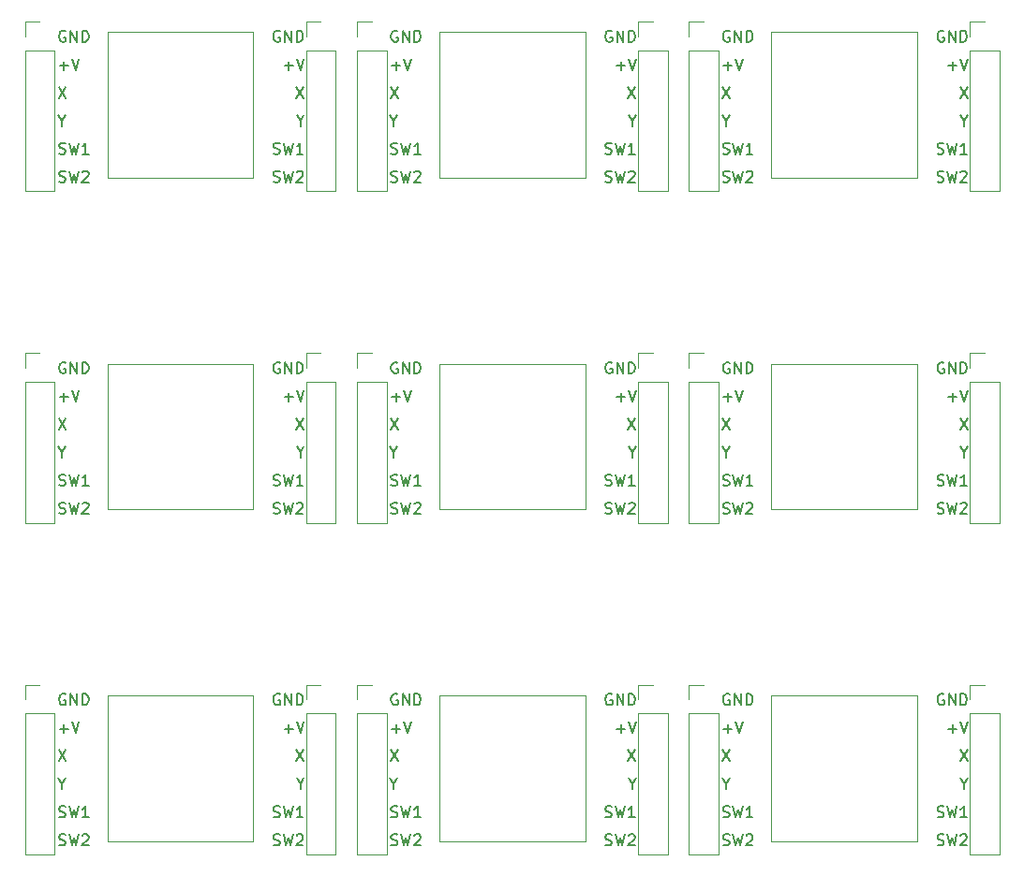
<source format=gto>
%TF.GenerationSoftware,KiCad,Pcbnew,8.0.7*%
%TF.CreationDate,2025-02-11T00:04:32+09:00*%
%TF.ProjectId,joystick_pcb_3x3,6a6f7973-7469-4636-9b5f-7063625f3378,rev?*%
%TF.SameCoordinates,Original*%
%TF.FileFunction,Legend,Top*%
%TF.FilePolarity,Positive*%
%FSLAX46Y46*%
G04 Gerber Fmt 4.6, Leading zero omitted, Abs format (unit mm)*
G04 Created by KiCad (PCBNEW 8.0.7) date 2025-02-11 00:04:32*
%MOMM*%
%LPD*%
G01*
G04 APERTURE LIST*
%ADD10C,0.150000*%
%ADD11C,0.120000*%
%ADD12C,0.100000*%
G04 APERTURE END LIST*
D10*
X79287255Y-91328628D02*
X79287255Y-91804819D01*
X78953922Y-90804819D02*
X79287255Y-91328628D01*
X79287255Y-91328628D02*
X79620588Y-90804819D01*
X79001541Y-88264819D02*
X79668207Y-89264819D01*
X79668207Y-88264819D02*
X79001541Y-89264819D01*
X79096779Y-86343866D02*
X79858684Y-86343866D01*
X79477731Y-86724819D02*
X79477731Y-85962914D01*
X80192017Y-85724819D02*
X80525350Y-86724819D01*
X80525350Y-86724819D02*
X80858683Y-85724819D01*
X79620588Y-83232438D02*
X79525350Y-83184819D01*
X79525350Y-83184819D02*
X79382493Y-83184819D01*
X79382493Y-83184819D02*
X79239636Y-83232438D01*
X79239636Y-83232438D02*
X79144398Y-83327676D01*
X79144398Y-83327676D02*
X79096779Y-83422914D01*
X79096779Y-83422914D02*
X79049160Y-83613390D01*
X79049160Y-83613390D02*
X79049160Y-83756247D01*
X79049160Y-83756247D02*
X79096779Y-83946723D01*
X79096779Y-83946723D02*
X79144398Y-84041961D01*
X79144398Y-84041961D02*
X79239636Y-84137200D01*
X79239636Y-84137200D02*
X79382493Y-84184819D01*
X79382493Y-84184819D02*
X79477731Y-84184819D01*
X79477731Y-84184819D02*
X79620588Y-84137200D01*
X79620588Y-84137200D02*
X79668207Y-84089580D01*
X79668207Y-84089580D02*
X79668207Y-83756247D01*
X79668207Y-83756247D02*
X79477731Y-83756247D01*
X80096779Y-84184819D02*
X80096779Y-83184819D01*
X80096779Y-83184819D02*
X80668207Y-84184819D01*
X80668207Y-84184819D02*
X80668207Y-83184819D01*
X81144398Y-84184819D02*
X81144398Y-83184819D01*
X81144398Y-83184819D02*
X81382493Y-83184819D01*
X81382493Y-83184819D02*
X81525350Y-83232438D01*
X81525350Y-83232438D02*
X81620588Y-83327676D01*
X81620588Y-83327676D02*
X81668207Y-83422914D01*
X81668207Y-83422914D02*
X81715826Y-83613390D01*
X81715826Y-83613390D02*
X81715826Y-83756247D01*
X81715826Y-83756247D02*
X81668207Y-83946723D01*
X81668207Y-83946723D02*
X81620588Y-84041961D01*
X81620588Y-84041961D02*
X81525350Y-84137200D01*
X81525350Y-84137200D02*
X81382493Y-84184819D01*
X81382493Y-84184819D02*
X81144398Y-84184819D01*
X79049160Y-96837200D02*
X79192017Y-96884819D01*
X79192017Y-96884819D02*
X79430112Y-96884819D01*
X79430112Y-96884819D02*
X79525350Y-96837200D01*
X79525350Y-96837200D02*
X79572969Y-96789580D01*
X79572969Y-96789580D02*
X79620588Y-96694342D01*
X79620588Y-96694342D02*
X79620588Y-96599104D01*
X79620588Y-96599104D02*
X79572969Y-96503866D01*
X79572969Y-96503866D02*
X79525350Y-96456247D01*
X79525350Y-96456247D02*
X79430112Y-96408628D01*
X79430112Y-96408628D02*
X79239636Y-96361009D01*
X79239636Y-96361009D02*
X79144398Y-96313390D01*
X79144398Y-96313390D02*
X79096779Y-96265771D01*
X79096779Y-96265771D02*
X79049160Y-96170533D01*
X79049160Y-96170533D02*
X79049160Y-96075295D01*
X79049160Y-96075295D02*
X79096779Y-95980057D01*
X79096779Y-95980057D02*
X79144398Y-95932438D01*
X79144398Y-95932438D02*
X79239636Y-95884819D01*
X79239636Y-95884819D02*
X79477731Y-95884819D01*
X79477731Y-95884819D02*
X79620588Y-95932438D01*
X79953922Y-95884819D02*
X80192017Y-96884819D01*
X80192017Y-96884819D02*
X80382493Y-96170533D01*
X80382493Y-96170533D02*
X80572969Y-96884819D01*
X80572969Y-96884819D02*
X80811065Y-95884819D01*
X81144398Y-95980057D02*
X81192017Y-95932438D01*
X81192017Y-95932438D02*
X81287255Y-95884819D01*
X81287255Y-95884819D02*
X81525350Y-95884819D01*
X81525350Y-95884819D02*
X81620588Y-95932438D01*
X81620588Y-95932438D02*
X81668207Y-95980057D01*
X81668207Y-95980057D02*
X81715826Y-96075295D01*
X81715826Y-96075295D02*
X81715826Y-96170533D01*
X81715826Y-96170533D02*
X81668207Y-96313390D01*
X81668207Y-96313390D02*
X81096779Y-96884819D01*
X81096779Y-96884819D02*
X81715826Y-96884819D01*
X79049160Y-94297200D02*
X79192017Y-94344819D01*
X79192017Y-94344819D02*
X79430112Y-94344819D01*
X79430112Y-94344819D02*
X79525350Y-94297200D01*
X79525350Y-94297200D02*
X79572969Y-94249580D01*
X79572969Y-94249580D02*
X79620588Y-94154342D01*
X79620588Y-94154342D02*
X79620588Y-94059104D01*
X79620588Y-94059104D02*
X79572969Y-93963866D01*
X79572969Y-93963866D02*
X79525350Y-93916247D01*
X79525350Y-93916247D02*
X79430112Y-93868628D01*
X79430112Y-93868628D02*
X79239636Y-93821009D01*
X79239636Y-93821009D02*
X79144398Y-93773390D01*
X79144398Y-93773390D02*
X79096779Y-93725771D01*
X79096779Y-93725771D02*
X79049160Y-93630533D01*
X79049160Y-93630533D02*
X79049160Y-93535295D01*
X79049160Y-93535295D02*
X79096779Y-93440057D01*
X79096779Y-93440057D02*
X79144398Y-93392438D01*
X79144398Y-93392438D02*
X79239636Y-93344819D01*
X79239636Y-93344819D02*
X79477731Y-93344819D01*
X79477731Y-93344819D02*
X79620588Y-93392438D01*
X79953922Y-93344819D02*
X80192017Y-94344819D01*
X80192017Y-94344819D02*
X80382493Y-93630533D01*
X80382493Y-93630533D02*
X80572969Y-94344819D01*
X80572969Y-94344819D02*
X80811065Y-93344819D01*
X81715826Y-94344819D02*
X81144398Y-94344819D01*
X81430112Y-94344819D02*
X81430112Y-93344819D01*
X81430112Y-93344819D02*
X81334874Y-93487676D01*
X81334874Y-93487676D02*
X81239636Y-93582914D01*
X81239636Y-93582914D02*
X81144398Y-93630533D01*
X98417160Y-96837200D02*
X98560017Y-96884819D01*
X98560017Y-96884819D02*
X98798112Y-96884819D01*
X98798112Y-96884819D02*
X98893350Y-96837200D01*
X98893350Y-96837200D02*
X98940969Y-96789580D01*
X98940969Y-96789580D02*
X98988588Y-96694342D01*
X98988588Y-96694342D02*
X98988588Y-96599104D01*
X98988588Y-96599104D02*
X98940969Y-96503866D01*
X98940969Y-96503866D02*
X98893350Y-96456247D01*
X98893350Y-96456247D02*
X98798112Y-96408628D01*
X98798112Y-96408628D02*
X98607636Y-96361009D01*
X98607636Y-96361009D02*
X98512398Y-96313390D01*
X98512398Y-96313390D02*
X98464779Y-96265771D01*
X98464779Y-96265771D02*
X98417160Y-96170533D01*
X98417160Y-96170533D02*
X98417160Y-96075295D01*
X98417160Y-96075295D02*
X98464779Y-95980057D01*
X98464779Y-95980057D02*
X98512398Y-95932438D01*
X98512398Y-95932438D02*
X98607636Y-95884819D01*
X98607636Y-95884819D02*
X98845731Y-95884819D01*
X98845731Y-95884819D02*
X98988588Y-95932438D01*
X99321922Y-95884819D02*
X99560017Y-96884819D01*
X99560017Y-96884819D02*
X99750493Y-96170533D01*
X99750493Y-96170533D02*
X99940969Y-96884819D01*
X99940969Y-96884819D02*
X100179065Y-95884819D01*
X100512398Y-95980057D02*
X100560017Y-95932438D01*
X100560017Y-95932438D02*
X100655255Y-95884819D01*
X100655255Y-95884819D02*
X100893350Y-95884819D01*
X100893350Y-95884819D02*
X100988588Y-95932438D01*
X100988588Y-95932438D02*
X101036207Y-95980057D01*
X101036207Y-95980057D02*
X101083826Y-96075295D01*
X101083826Y-96075295D02*
X101083826Y-96170533D01*
X101083826Y-96170533D02*
X101036207Y-96313390D01*
X101036207Y-96313390D02*
X100464779Y-96884819D01*
X100464779Y-96884819D02*
X101083826Y-96884819D01*
X100845731Y-91328628D02*
X100845731Y-91804819D01*
X100512398Y-90804819D02*
X100845731Y-91328628D01*
X100845731Y-91328628D02*
X101179064Y-90804819D01*
X99417160Y-86343866D02*
X100179065Y-86343866D01*
X99798112Y-86724819D02*
X99798112Y-85962914D01*
X100512398Y-85724819D02*
X100845731Y-86724819D01*
X100845731Y-86724819D02*
X101179064Y-85724819D01*
X98417160Y-94297200D02*
X98560017Y-94344819D01*
X98560017Y-94344819D02*
X98798112Y-94344819D01*
X98798112Y-94344819D02*
X98893350Y-94297200D01*
X98893350Y-94297200D02*
X98940969Y-94249580D01*
X98940969Y-94249580D02*
X98988588Y-94154342D01*
X98988588Y-94154342D02*
X98988588Y-94059104D01*
X98988588Y-94059104D02*
X98940969Y-93963866D01*
X98940969Y-93963866D02*
X98893350Y-93916247D01*
X98893350Y-93916247D02*
X98798112Y-93868628D01*
X98798112Y-93868628D02*
X98607636Y-93821009D01*
X98607636Y-93821009D02*
X98512398Y-93773390D01*
X98512398Y-93773390D02*
X98464779Y-93725771D01*
X98464779Y-93725771D02*
X98417160Y-93630533D01*
X98417160Y-93630533D02*
X98417160Y-93535295D01*
X98417160Y-93535295D02*
X98464779Y-93440057D01*
X98464779Y-93440057D02*
X98512398Y-93392438D01*
X98512398Y-93392438D02*
X98607636Y-93344819D01*
X98607636Y-93344819D02*
X98845731Y-93344819D01*
X98845731Y-93344819D02*
X98988588Y-93392438D01*
X99321922Y-93344819D02*
X99560017Y-94344819D01*
X99560017Y-94344819D02*
X99750493Y-93630533D01*
X99750493Y-93630533D02*
X99940969Y-94344819D01*
X99940969Y-94344819D02*
X100179065Y-93344819D01*
X101083826Y-94344819D02*
X100512398Y-94344819D01*
X100798112Y-94344819D02*
X100798112Y-93344819D01*
X100798112Y-93344819D02*
X100702874Y-93487676D01*
X100702874Y-93487676D02*
X100607636Y-93582914D01*
X100607636Y-93582914D02*
X100512398Y-93630533D01*
X100464779Y-88264819D02*
X101131445Y-89264819D01*
X101131445Y-88264819D02*
X100464779Y-89264819D01*
X98988588Y-83232438D02*
X98893350Y-83184819D01*
X98893350Y-83184819D02*
X98750493Y-83184819D01*
X98750493Y-83184819D02*
X98607636Y-83232438D01*
X98607636Y-83232438D02*
X98512398Y-83327676D01*
X98512398Y-83327676D02*
X98464779Y-83422914D01*
X98464779Y-83422914D02*
X98417160Y-83613390D01*
X98417160Y-83613390D02*
X98417160Y-83756247D01*
X98417160Y-83756247D02*
X98464779Y-83946723D01*
X98464779Y-83946723D02*
X98512398Y-84041961D01*
X98512398Y-84041961D02*
X98607636Y-84137200D01*
X98607636Y-84137200D02*
X98750493Y-84184819D01*
X98750493Y-84184819D02*
X98845731Y-84184819D01*
X98845731Y-84184819D02*
X98988588Y-84137200D01*
X98988588Y-84137200D02*
X99036207Y-84089580D01*
X99036207Y-84089580D02*
X99036207Y-83756247D01*
X99036207Y-83756247D02*
X98845731Y-83756247D01*
X99464779Y-84184819D02*
X99464779Y-83184819D01*
X99464779Y-83184819D02*
X100036207Y-84184819D01*
X100036207Y-84184819D02*
X100036207Y-83184819D01*
X100512398Y-84184819D02*
X100512398Y-83184819D01*
X100512398Y-83184819D02*
X100750493Y-83184819D01*
X100750493Y-83184819D02*
X100893350Y-83232438D01*
X100893350Y-83232438D02*
X100988588Y-83327676D01*
X100988588Y-83327676D02*
X101036207Y-83422914D01*
X101036207Y-83422914D02*
X101083826Y-83613390D01*
X101083826Y-83613390D02*
X101083826Y-83756247D01*
X101083826Y-83756247D02*
X101036207Y-83946723D01*
X101036207Y-83946723D02*
X100988588Y-84041961D01*
X100988588Y-84041961D02*
X100893350Y-84137200D01*
X100893350Y-84137200D02*
X100750493Y-84184819D01*
X100750493Y-84184819D02*
X100512398Y-84184819D01*
X49287255Y-91328628D02*
X49287255Y-91804819D01*
X48953922Y-90804819D02*
X49287255Y-91328628D01*
X49287255Y-91328628D02*
X49620588Y-90804819D01*
X49096779Y-86343866D02*
X49858684Y-86343866D01*
X49477731Y-86724819D02*
X49477731Y-85962914D01*
X50192017Y-85724819D02*
X50525350Y-86724819D01*
X50525350Y-86724819D02*
X50858683Y-85724819D01*
X49620588Y-83232438D02*
X49525350Y-83184819D01*
X49525350Y-83184819D02*
X49382493Y-83184819D01*
X49382493Y-83184819D02*
X49239636Y-83232438D01*
X49239636Y-83232438D02*
X49144398Y-83327676D01*
X49144398Y-83327676D02*
X49096779Y-83422914D01*
X49096779Y-83422914D02*
X49049160Y-83613390D01*
X49049160Y-83613390D02*
X49049160Y-83756247D01*
X49049160Y-83756247D02*
X49096779Y-83946723D01*
X49096779Y-83946723D02*
X49144398Y-84041961D01*
X49144398Y-84041961D02*
X49239636Y-84137200D01*
X49239636Y-84137200D02*
X49382493Y-84184819D01*
X49382493Y-84184819D02*
X49477731Y-84184819D01*
X49477731Y-84184819D02*
X49620588Y-84137200D01*
X49620588Y-84137200D02*
X49668207Y-84089580D01*
X49668207Y-84089580D02*
X49668207Y-83756247D01*
X49668207Y-83756247D02*
X49477731Y-83756247D01*
X50096779Y-84184819D02*
X50096779Y-83184819D01*
X50096779Y-83184819D02*
X50668207Y-84184819D01*
X50668207Y-84184819D02*
X50668207Y-83184819D01*
X51144398Y-84184819D02*
X51144398Y-83184819D01*
X51144398Y-83184819D02*
X51382493Y-83184819D01*
X51382493Y-83184819D02*
X51525350Y-83232438D01*
X51525350Y-83232438D02*
X51620588Y-83327676D01*
X51620588Y-83327676D02*
X51668207Y-83422914D01*
X51668207Y-83422914D02*
X51715826Y-83613390D01*
X51715826Y-83613390D02*
X51715826Y-83756247D01*
X51715826Y-83756247D02*
X51668207Y-83946723D01*
X51668207Y-83946723D02*
X51620588Y-84041961D01*
X51620588Y-84041961D02*
X51525350Y-84137200D01*
X51525350Y-84137200D02*
X51382493Y-84184819D01*
X51382493Y-84184819D02*
X51144398Y-84184819D01*
X49049160Y-96837200D02*
X49192017Y-96884819D01*
X49192017Y-96884819D02*
X49430112Y-96884819D01*
X49430112Y-96884819D02*
X49525350Y-96837200D01*
X49525350Y-96837200D02*
X49572969Y-96789580D01*
X49572969Y-96789580D02*
X49620588Y-96694342D01*
X49620588Y-96694342D02*
X49620588Y-96599104D01*
X49620588Y-96599104D02*
X49572969Y-96503866D01*
X49572969Y-96503866D02*
X49525350Y-96456247D01*
X49525350Y-96456247D02*
X49430112Y-96408628D01*
X49430112Y-96408628D02*
X49239636Y-96361009D01*
X49239636Y-96361009D02*
X49144398Y-96313390D01*
X49144398Y-96313390D02*
X49096779Y-96265771D01*
X49096779Y-96265771D02*
X49049160Y-96170533D01*
X49049160Y-96170533D02*
X49049160Y-96075295D01*
X49049160Y-96075295D02*
X49096779Y-95980057D01*
X49096779Y-95980057D02*
X49144398Y-95932438D01*
X49144398Y-95932438D02*
X49239636Y-95884819D01*
X49239636Y-95884819D02*
X49477731Y-95884819D01*
X49477731Y-95884819D02*
X49620588Y-95932438D01*
X49953922Y-95884819D02*
X50192017Y-96884819D01*
X50192017Y-96884819D02*
X50382493Y-96170533D01*
X50382493Y-96170533D02*
X50572969Y-96884819D01*
X50572969Y-96884819D02*
X50811065Y-95884819D01*
X51144398Y-95980057D02*
X51192017Y-95932438D01*
X51192017Y-95932438D02*
X51287255Y-95884819D01*
X51287255Y-95884819D02*
X51525350Y-95884819D01*
X51525350Y-95884819D02*
X51620588Y-95932438D01*
X51620588Y-95932438D02*
X51668207Y-95980057D01*
X51668207Y-95980057D02*
X51715826Y-96075295D01*
X51715826Y-96075295D02*
X51715826Y-96170533D01*
X51715826Y-96170533D02*
X51668207Y-96313390D01*
X51668207Y-96313390D02*
X51096779Y-96884819D01*
X51096779Y-96884819D02*
X51715826Y-96884819D01*
X49049160Y-94297200D02*
X49192017Y-94344819D01*
X49192017Y-94344819D02*
X49430112Y-94344819D01*
X49430112Y-94344819D02*
X49525350Y-94297200D01*
X49525350Y-94297200D02*
X49572969Y-94249580D01*
X49572969Y-94249580D02*
X49620588Y-94154342D01*
X49620588Y-94154342D02*
X49620588Y-94059104D01*
X49620588Y-94059104D02*
X49572969Y-93963866D01*
X49572969Y-93963866D02*
X49525350Y-93916247D01*
X49525350Y-93916247D02*
X49430112Y-93868628D01*
X49430112Y-93868628D02*
X49239636Y-93821009D01*
X49239636Y-93821009D02*
X49144398Y-93773390D01*
X49144398Y-93773390D02*
X49096779Y-93725771D01*
X49096779Y-93725771D02*
X49049160Y-93630533D01*
X49049160Y-93630533D02*
X49049160Y-93535295D01*
X49049160Y-93535295D02*
X49096779Y-93440057D01*
X49096779Y-93440057D02*
X49144398Y-93392438D01*
X49144398Y-93392438D02*
X49239636Y-93344819D01*
X49239636Y-93344819D02*
X49477731Y-93344819D01*
X49477731Y-93344819D02*
X49620588Y-93392438D01*
X49953922Y-93344819D02*
X50192017Y-94344819D01*
X50192017Y-94344819D02*
X50382493Y-93630533D01*
X50382493Y-93630533D02*
X50572969Y-94344819D01*
X50572969Y-94344819D02*
X50811065Y-93344819D01*
X51715826Y-94344819D02*
X51144398Y-94344819D01*
X51430112Y-94344819D02*
X51430112Y-93344819D01*
X51430112Y-93344819D02*
X51334874Y-93487676D01*
X51334874Y-93487676D02*
X51239636Y-93582914D01*
X51239636Y-93582914D02*
X51144398Y-93630533D01*
X49001541Y-88264819D02*
X49668207Y-89264819D01*
X49668207Y-88264819D02*
X49001541Y-89264819D01*
X68417160Y-96837200D02*
X68560017Y-96884819D01*
X68560017Y-96884819D02*
X68798112Y-96884819D01*
X68798112Y-96884819D02*
X68893350Y-96837200D01*
X68893350Y-96837200D02*
X68940969Y-96789580D01*
X68940969Y-96789580D02*
X68988588Y-96694342D01*
X68988588Y-96694342D02*
X68988588Y-96599104D01*
X68988588Y-96599104D02*
X68940969Y-96503866D01*
X68940969Y-96503866D02*
X68893350Y-96456247D01*
X68893350Y-96456247D02*
X68798112Y-96408628D01*
X68798112Y-96408628D02*
X68607636Y-96361009D01*
X68607636Y-96361009D02*
X68512398Y-96313390D01*
X68512398Y-96313390D02*
X68464779Y-96265771D01*
X68464779Y-96265771D02*
X68417160Y-96170533D01*
X68417160Y-96170533D02*
X68417160Y-96075295D01*
X68417160Y-96075295D02*
X68464779Y-95980057D01*
X68464779Y-95980057D02*
X68512398Y-95932438D01*
X68512398Y-95932438D02*
X68607636Y-95884819D01*
X68607636Y-95884819D02*
X68845731Y-95884819D01*
X68845731Y-95884819D02*
X68988588Y-95932438D01*
X69321922Y-95884819D02*
X69560017Y-96884819D01*
X69560017Y-96884819D02*
X69750493Y-96170533D01*
X69750493Y-96170533D02*
X69940969Y-96884819D01*
X69940969Y-96884819D02*
X70179065Y-95884819D01*
X70512398Y-95980057D02*
X70560017Y-95932438D01*
X70560017Y-95932438D02*
X70655255Y-95884819D01*
X70655255Y-95884819D02*
X70893350Y-95884819D01*
X70893350Y-95884819D02*
X70988588Y-95932438D01*
X70988588Y-95932438D02*
X71036207Y-95980057D01*
X71036207Y-95980057D02*
X71083826Y-96075295D01*
X71083826Y-96075295D02*
X71083826Y-96170533D01*
X71083826Y-96170533D02*
X71036207Y-96313390D01*
X71036207Y-96313390D02*
X70464779Y-96884819D01*
X70464779Y-96884819D02*
X71083826Y-96884819D01*
X70845731Y-91328628D02*
X70845731Y-91804819D01*
X70512398Y-90804819D02*
X70845731Y-91328628D01*
X70845731Y-91328628D02*
X71179064Y-90804819D01*
X69417160Y-86343866D02*
X70179065Y-86343866D01*
X69798112Y-86724819D02*
X69798112Y-85962914D01*
X70512398Y-85724819D02*
X70845731Y-86724819D01*
X70845731Y-86724819D02*
X71179064Y-85724819D01*
X68417160Y-94297200D02*
X68560017Y-94344819D01*
X68560017Y-94344819D02*
X68798112Y-94344819D01*
X68798112Y-94344819D02*
X68893350Y-94297200D01*
X68893350Y-94297200D02*
X68940969Y-94249580D01*
X68940969Y-94249580D02*
X68988588Y-94154342D01*
X68988588Y-94154342D02*
X68988588Y-94059104D01*
X68988588Y-94059104D02*
X68940969Y-93963866D01*
X68940969Y-93963866D02*
X68893350Y-93916247D01*
X68893350Y-93916247D02*
X68798112Y-93868628D01*
X68798112Y-93868628D02*
X68607636Y-93821009D01*
X68607636Y-93821009D02*
X68512398Y-93773390D01*
X68512398Y-93773390D02*
X68464779Y-93725771D01*
X68464779Y-93725771D02*
X68417160Y-93630533D01*
X68417160Y-93630533D02*
X68417160Y-93535295D01*
X68417160Y-93535295D02*
X68464779Y-93440057D01*
X68464779Y-93440057D02*
X68512398Y-93392438D01*
X68512398Y-93392438D02*
X68607636Y-93344819D01*
X68607636Y-93344819D02*
X68845731Y-93344819D01*
X68845731Y-93344819D02*
X68988588Y-93392438D01*
X69321922Y-93344819D02*
X69560017Y-94344819D01*
X69560017Y-94344819D02*
X69750493Y-93630533D01*
X69750493Y-93630533D02*
X69940969Y-94344819D01*
X69940969Y-94344819D02*
X70179065Y-93344819D01*
X71083826Y-94344819D02*
X70512398Y-94344819D01*
X70798112Y-94344819D02*
X70798112Y-93344819D01*
X70798112Y-93344819D02*
X70702874Y-93487676D01*
X70702874Y-93487676D02*
X70607636Y-93582914D01*
X70607636Y-93582914D02*
X70512398Y-93630533D01*
X70464779Y-88264819D02*
X71131445Y-89264819D01*
X71131445Y-88264819D02*
X70464779Y-89264819D01*
X68988588Y-83232438D02*
X68893350Y-83184819D01*
X68893350Y-83184819D02*
X68750493Y-83184819D01*
X68750493Y-83184819D02*
X68607636Y-83232438D01*
X68607636Y-83232438D02*
X68512398Y-83327676D01*
X68512398Y-83327676D02*
X68464779Y-83422914D01*
X68464779Y-83422914D02*
X68417160Y-83613390D01*
X68417160Y-83613390D02*
X68417160Y-83756247D01*
X68417160Y-83756247D02*
X68464779Y-83946723D01*
X68464779Y-83946723D02*
X68512398Y-84041961D01*
X68512398Y-84041961D02*
X68607636Y-84137200D01*
X68607636Y-84137200D02*
X68750493Y-84184819D01*
X68750493Y-84184819D02*
X68845731Y-84184819D01*
X68845731Y-84184819D02*
X68988588Y-84137200D01*
X68988588Y-84137200D02*
X69036207Y-84089580D01*
X69036207Y-84089580D02*
X69036207Y-83756247D01*
X69036207Y-83756247D02*
X68845731Y-83756247D01*
X69464779Y-84184819D02*
X69464779Y-83184819D01*
X69464779Y-83184819D02*
X70036207Y-84184819D01*
X70036207Y-84184819D02*
X70036207Y-83184819D01*
X70512398Y-84184819D02*
X70512398Y-83184819D01*
X70512398Y-83184819D02*
X70750493Y-83184819D01*
X70750493Y-83184819D02*
X70893350Y-83232438D01*
X70893350Y-83232438D02*
X70988588Y-83327676D01*
X70988588Y-83327676D02*
X71036207Y-83422914D01*
X71036207Y-83422914D02*
X71083826Y-83613390D01*
X71083826Y-83613390D02*
X71083826Y-83756247D01*
X71083826Y-83756247D02*
X71036207Y-83946723D01*
X71036207Y-83946723D02*
X70988588Y-84041961D01*
X70988588Y-84041961D02*
X70893350Y-84137200D01*
X70893350Y-84137200D02*
X70750493Y-84184819D01*
X70750493Y-84184819D02*
X70512398Y-84184819D01*
X19287255Y-91328628D02*
X19287255Y-91804819D01*
X18953922Y-90804819D02*
X19287255Y-91328628D01*
X19287255Y-91328628D02*
X19620588Y-90804819D01*
X19001541Y-88264819D02*
X19668207Y-89264819D01*
X19668207Y-88264819D02*
X19001541Y-89264819D01*
X19620588Y-83232438D02*
X19525350Y-83184819D01*
X19525350Y-83184819D02*
X19382493Y-83184819D01*
X19382493Y-83184819D02*
X19239636Y-83232438D01*
X19239636Y-83232438D02*
X19144398Y-83327676D01*
X19144398Y-83327676D02*
X19096779Y-83422914D01*
X19096779Y-83422914D02*
X19049160Y-83613390D01*
X19049160Y-83613390D02*
X19049160Y-83756247D01*
X19049160Y-83756247D02*
X19096779Y-83946723D01*
X19096779Y-83946723D02*
X19144398Y-84041961D01*
X19144398Y-84041961D02*
X19239636Y-84137200D01*
X19239636Y-84137200D02*
X19382493Y-84184819D01*
X19382493Y-84184819D02*
X19477731Y-84184819D01*
X19477731Y-84184819D02*
X19620588Y-84137200D01*
X19620588Y-84137200D02*
X19668207Y-84089580D01*
X19668207Y-84089580D02*
X19668207Y-83756247D01*
X19668207Y-83756247D02*
X19477731Y-83756247D01*
X20096779Y-84184819D02*
X20096779Y-83184819D01*
X20096779Y-83184819D02*
X20668207Y-84184819D01*
X20668207Y-84184819D02*
X20668207Y-83184819D01*
X21144398Y-84184819D02*
X21144398Y-83184819D01*
X21144398Y-83184819D02*
X21382493Y-83184819D01*
X21382493Y-83184819D02*
X21525350Y-83232438D01*
X21525350Y-83232438D02*
X21620588Y-83327676D01*
X21620588Y-83327676D02*
X21668207Y-83422914D01*
X21668207Y-83422914D02*
X21715826Y-83613390D01*
X21715826Y-83613390D02*
X21715826Y-83756247D01*
X21715826Y-83756247D02*
X21668207Y-83946723D01*
X21668207Y-83946723D02*
X21620588Y-84041961D01*
X21620588Y-84041961D02*
X21525350Y-84137200D01*
X21525350Y-84137200D02*
X21382493Y-84184819D01*
X21382493Y-84184819D02*
X21144398Y-84184819D01*
X19049160Y-96837200D02*
X19192017Y-96884819D01*
X19192017Y-96884819D02*
X19430112Y-96884819D01*
X19430112Y-96884819D02*
X19525350Y-96837200D01*
X19525350Y-96837200D02*
X19572969Y-96789580D01*
X19572969Y-96789580D02*
X19620588Y-96694342D01*
X19620588Y-96694342D02*
X19620588Y-96599104D01*
X19620588Y-96599104D02*
X19572969Y-96503866D01*
X19572969Y-96503866D02*
X19525350Y-96456247D01*
X19525350Y-96456247D02*
X19430112Y-96408628D01*
X19430112Y-96408628D02*
X19239636Y-96361009D01*
X19239636Y-96361009D02*
X19144398Y-96313390D01*
X19144398Y-96313390D02*
X19096779Y-96265771D01*
X19096779Y-96265771D02*
X19049160Y-96170533D01*
X19049160Y-96170533D02*
X19049160Y-96075295D01*
X19049160Y-96075295D02*
X19096779Y-95980057D01*
X19096779Y-95980057D02*
X19144398Y-95932438D01*
X19144398Y-95932438D02*
X19239636Y-95884819D01*
X19239636Y-95884819D02*
X19477731Y-95884819D01*
X19477731Y-95884819D02*
X19620588Y-95932438D01*
X19953922Y-95884819D02*
X20192017Y-96884819D01*
X20192017Y-96884819D02*
X20382493Y-96170533D01*
X20382493Y-96170533D02*
X20572969Y-96884819D01*
X20572969Y-96884819D02*
X20811065Y-95884819D01*
X21144398Y-95980057D02*
X21192017Y-95932438D01*
X21192017Y-95932438D02*
X21287255Y-95884819D01*
X21287255Y-95884819D02*
X21525350Y-95884819D01*
X21525350Y-95884819D02*
X21620588Y-95932438D01*
X21620588Y-95932438D02*
X21668207Y-95980057D01*
X21668207Y-95980057D02*
X21715826Y-96075295D01*
X21715826Y-96075295D02*
X21715826Y-96170533D01*
X21715826Y-96170533D02*
X21668207Y-96313390D01*
X21668207Y-96313390D02*
X21096779Y-96884819D01*
X21096779Y-96884819D02*
X21715826Y-96884819D01*
X19049160Y-94297200D02*
X19192017Y-94344819D01*
X19192017Y-94344819D02*
X19430112Y-94344819D01*
X19430112Y-94344819D02*
X19525350Y-94297200D01*
X19525350Y-94297200D02*
X19572969Y-94249580D01*
X19572969Y-94249580D02*
X19620588Y-94154342D01*
X19620588Y-94154342D02*
X19620588Y-94059104D01*
X19620588Y-94059104D02*
X19572969Y-93963866D01*
X19572969Y-93963866D02*
X19525350Y-93916247D01*
X19525350Y-93916247D02*
X19430112Y-93868628D01*
X19430112Y-93868628D02*
X19239636Y-93821009D01*
X19239636Y-93821009D02*
X19144398Y-93773390D01*
X19144398Y-93773390D02*
X19096779Y-93725771D01*
X19096779Y-93725771D02*
X19049160Y-93630533D01*
X19049160Y-93630533D02*
X19049160Y-93535295D01*
X19049160Y-93535295D02*
X19096779Y-93440057D01*
X19096779Y-93440057D02*
X19144398Y-93392438D01*
X19144398Y-93392438D02*
X19239636Y-93344819D01*
X19239636Y-93344819D02*
X19477731Y-93344819D01*
X19477731Y-93344819D02*
X19620588Y-93392438D01*
X19953922Y-93344819D02*
X20192017Y-94344819D01*
X20192017Y-94344819D02*
X20382493Y-93630533D01*
X20382493Y-93630533D02*
X20572969Y-94344819D01*
X20572969Y-94344819D02*
X20811065Y-93344819D01*
X21715826Y-94344819D02*
X21144398Y-94344819D01*
X21430112Y-94344819D02*
X21430112Y-93344819D01*
X21430112Y-93344819D02*
X21334874Y-93487676D01*
X21334874Y-93487676D02*
X21239636Y-93582914D01*
X21239636Y-93582914D02*
X21144398Y-93630533D01*
X19096779Y-86343866D02*
X19858684Y-86343866D01*
X19477731Y-86724819D02*
X19477731Y-85962914D01*
X20192017Y-85724819D02*
X20525350Y-86724819D01*
X20525350Y-86724819D02*
X20858683Y-85724819D01*
X38417160Y-96837200D02*
X38560017Y-96884819D01*
X38560017Y-96884819D02*
X38798112Y-96884819D01*
X38798112Y-96884819D02*
X38893350Y-96837200D01*
X38893350Y-96837200D02*
X38940969Y-96789580D01*
X38940969Y-96789580D02*
X38988588Y-96694342D01*
X38988588Y-96694342D02*
X38988588Y-96599104D01*
X38988588Y-96599104D02*
X38940969Y-96503866D01*
X38940969Y-96503866D02*
X38893350Y-96456247D01*
X38893350Y-96456247D02*
X38798112Y-96408628D01*
X38798112Y-96408628D02*
X38607636Y-96361009D01*
X38607636Y-96361009D02*
X38512398Y-96313390D01*
X38512398Y-96313390D02*
X38464779Y-96265771D01*
X38464779Y-96265771D02*
X38417160Y-96170533D01*
X38417160Y-96170533D02*
X38417160Y-96075295D01*
X38417160Y-96075295D02*
X38464779Y-95980057D01*
X38464779Y-95980057D02*
X38512398Y-95932438D01*
X38512398Y-95932438D02*
X38607636Y-95884819D01*
X38607636Y-95884819D02*
X38845731Y-95884819D01*
X38845731Y-95884819D02*
X38988588Y-95932438D01*
X39321922Y-95884819D02*
X39560017Y-96884819D01*
X39560017Y-96884819D02*
X39750493Y-96170533D01*
X39750493Y-96170533D02*
X39940969Y-96884819D01*
X39940969Y-96884819D02*
X40179065Y-95884819D01*
X40512398Y-95980057D02*
X40560017Y-95932438D01*
X40560017Y-95932438D02*
X40655255Y-95884819D01*
X40655255Y-95884819D02*
X40893350Y-95884819D01*
X40893350Y-95884819D02*
X40988588Y-95932438D01*
X40988588Y-95932438D02*
X41036207Y-95980057D01*
X41036207Y-95980057D02*
X41083826Y-96075295D01*
X41083826Y-96075295D02*
X41083826Y-96170533D01*
X41083826Y-96170533D02*
X41036207Y-96313390D01*
X41036207Y-96313390D02*
X40464779Y-96884819D01*
X40464779Y-96884819D02*
X41083826Y-96884819D01*
X40845731Y-91328628D02*
X40845731Y-91804819D01*
X40512398Y-90804819D02*
X40845731Y-91328628D01*
X40845731Y-91328628D02*
X41179064Y-90804819D01*
X39417160Y-86343866D02*
X40179065Y-86343866D01*
X39798112Y-86724819D02*
X39798112Y-85962914D01*
X40512398Y-85724819D02*
X40845731Y-86724819D01*
X40845731Y-86724819D02*
X41179064Y-85724819D01*
X38417160Y-94297200D02*
X38560017Y-94344819D01*
X38560017Y-94344819D02*
X38798112Y-94344819D01*
X38798112Y-94344819D02*
X38893350Y-94297200D01*
X38893350Y-94297200D02*
X38940969Y-94249580D01*
X38940969Y-94249580D02*
X38988588Y-94154342D01*
X38988588Y-94154342D02*
X38988588Y-94059104D01*
X38988588Y-94059104D02*
X38940969Y-93963866D01*
X38940969Y-93963866D02*
X38893350Y-93916247D01*
X38893350Y-93916247D02*
X38798112Y-93868628D01*
X38798112Y-93868628D02*
X38607636Y-93821009D01*
X38607636Y-93821009D02*
X38512398Y-93773390D01*
X38512398Y-93773390D02*
X38464779Y-93725771D01*
X38464779Y-93725771D02*
X38417160Y-93630533D01*
X38417160Y-93630533D02*
X38417160Y-93535295D01*
X38417160Y-93535295D02*
X38464779Y-93440057D01*
X38464779Y-93440057D02*
X38512398Y-93392438D01*
X38512398Y-93392438D02*
X38607636Y-93344819D01*
X38607636Y-93344819D02*
X38845731Y-93344819D01*
X38845731Y-93344819D02*
X38988588Y-93392438D01*
X39321922Y-93344819D02*
X39560017Y-94344819D01*
X39560017Y-94344819D02*
X39750493Y-93630533D01*
X39750493Y-93630533D02*
X39940969Y-94344819D01*
X39940969Y-94344819D02*
X40179065Y-93344819D01*
X41083826Y-94344819D02*
X40512398Y-94344819D01*
X40798112Y-94344819D02*
X40798112Y-93344819D01*
X40798112Y-93344819D02*
X40702874Y-93487676D01*
X40702874Y-93487676D02*
X40607636Y-93582914D01*
X40607636Y-93582914D02*
X40512398Y-93630533D01*
X40464779Y-88264819D02*
X41131445Y-89264819D01*
X41131445Y-88264819D02*
X40464779Y-89264819D01*
X38988588Y-83232438D02*
X38893350Y-83184819D01*
X38893350Y-83184819D02*
X38750493Y-83184819D01*
X38750493Y-83184819D02*
X38607636Y-83232438D01*
X38607636Y-83232438D02*
X38512398Y-83327676D01*
X38512398Y-83327676D02*
X38464779Y-83422914D01*
X38464779Y-83422914D02*
X38417160Y-83613390D01*
X38417160Y-83613390D02*
X38417160Y-83756247D01*
X38417160Y-83756247D02*
X38464779Y-83946723D01*
X38464779Y-83946723D02*
X38512398Y-84041961D01*
X38512398Y-84041961D02*
X38607636Y-84137200D01*
X38607636Y-84137200D02*
X38750493Y-84184819D01*
X38750493Y-84184819D02*
X38845731Y-84184819D01*
X38845731Y-84184819D02*
X38988588Y-84137200D01*
X38988588Y-84137200D02*
X39036207Y-84089580D01*
X39036207Y-84089580D02*
X39036207Y-83756247D01*
X39036207Y-83756247D02*
X38845731Y-83756247D01*
X39464779Y-84184819D02*
X39464779Y-83184819D01*
X39464779Y-83184819D02*
X40036207Y-84184819D01*
X40036207Y-84184819D02*
X40036207Y-83184819D01*
X40512398Y-84184819D02*
X40512398Y-83184819D01*
X40512398Y-83184819D02*
X40750493Y-83184819D01*
X40750493Y-83184819D02*
X40893350Y-83232438D01*
X40893350Y-83232438D02*
X40988588Y-83327676D01*
X40988588Y-83327676D02*
X41036207Y-83422914D01*
X41036207Y-83422914D02*
X41083826Y-83613390D01*
X41083826Y-83613390D02*
X41083826Y-83756247D01*
X41083826Y-83756247D02*
X41036207Y-83946723D01*
X41036207Y-83946723D02*
X40988588Y-84041961D01*
X40988588Y-84041961D02*
X40893350Y-84137200D01*
X40893350Y-84137200D02*
X40750493Y-84184819D01*
X40750493Y-84184819D02*
X40512398Y-84184819D01*
X79096779Y-56343866D02*
X79858684Y-56343866D01*
X79477731Y-56724819D02*
X79477731Y-55962914D01*
X80192017Y-55724819D02*
X80525350Y-56724819D01*
X80525350Y-56724819D02*
X80858683Y-55724819D01*
X79001541Y-58264819D02*
X79668207Y-59264819D01*
X79668207Y-58264819D02*
X79001541Y-59264819D01*
X79620588Y-53232438D02*
X79525350Y-53184819D01*
X79525350Y-53184819D02*
X79382493Y-53184819D01*
X79382493Y-53184819D02*
X79239636Y-53232438D01*
X79239636Y-53232438D02*
X79144398Y-53327676D01*
X79144398Y-53327676D02*
X79096779Y-53422914D01*
X79096779Y-53422914D02*
X79049160Y-53613390D01*
X79049160Y-53613390D02*
X79049160Y-53756247D01*
X79049160Y-53756247D02*
X79096779Y-53946723D01*
X79096779Y-53946723D02*
X79144398Y-54041961D01*
X79144398Y-54041961D02*
X79239636Y-54137200D01*
X79239636Y-54137200D02*
X79382493Y-54184819D01*
X79382493Y-54184819D02*
X79477731Y-54184819D01*
X79477731Y-54184819D02*
X79620588Y-54137200D01*
X79620588Y-54137200D02*
X79668207Y-54089580D01*
X79668207Y-54089580D02*
X79668207Y-53756247D01*
X79668207Y-53756247D02*
X79477731Y-53756247D01*
X80096779Y-54184819D02*
X80096779Y-53184819D01*
X80096779Y-53184819D02*
X80668207Y-54184819D01*
X80668207Y-54184819D02*
X80668207Y-53184819D01*
X81144398Y-54184819D02*
X81144398Y-53184819D01*
X81144398Y-53184819D02*
X81382493Y-53184819D01*
X81382493Y-53184819D02*
X81525350Y-53232438D01*
X81525350Y-53232438D02*
X81620588Y-53327676D01*
X81620588Y-53327676D02*
X81668207Y-53422914D01*
X81668207Y-53422914D02*
X81715826Y-53613390D01*
X81715826Y-53613390D02*
X81715826Y-53756247D01*
X81715826Y-53756247D02*
X81668207Y-53946723D01*
X81668207Y-53946723D02*
X81620588Y-54041961D01*
X81620588Y-54041961D02*
X81525350Y-54137200D01*
X81525350Y-54137200D02*
X81382493Y-54184819D01*
X81382493Y-54184819D02*
X81144398Y-54184819D01*
X79287255Y-61328628D02*
X79287255Y-61804819D01*
X78953922Y-60804819D02*
X79287255Y-61328628D01*
X79287255Y-61328628D02*
X79620588Y-60804819D01*
X79049160Y-64297200D02*
X79192017Y-64344819D01*
X79192017Y-64344819D02*
X79430112Y-64344819D01*
X79430112Y-64344819D02*
X79525350Y-64297200D01*
X79525350Y-64297200D02*
X79572969Y-64249580D01*
X79572969Y-64249580D02*
X79620588Y-64154342D01*
X79620588Y-64154342D02*
X79620588Y-64059104D01*
X79620588Y-64059104D02*
X79572969Y-63963866D01*
X79572969Y-63963866D02*
X79525350Y-63916247D01*
X79525350Y-63916247D02*
X79430112Y-63868628D01*
X79430112Y-63868628D02*
X79239636Y-63821009D01*
X79239636Y-63821009D02*
X79144398Y-63773390D01*
X79144398Y-63773390D02*
X79096779Y-63725771D01*
X79096779Y-63725771D02*
X79049160Y-63630533D01*
X79049160Y-63630533D02*
X79049160Y-63535295D01*
X79049160Y-63535295D02*
X79096779Y-63440057D01*
X79096779Y-63440057D02*
X79144398Y-63392438D01*
X79144398Y-63392438D02*
X79239636Y-63344819D01*
X79239636Y-63344819D02*
X79477731Y-63344819D01*
X79477731Y-63344819D02*
X79620588Y-63392438D01*
X79953922Y-63344819D02*
X80192017Y-64344819D01*
X80192017Y-64344819D02*
X80382493Y-63630533D01*
X80382493Y-63630533D02*
X80572969Y-64344819D01*
X80572969Y-64344819D02*
X80811065Y-63344819D01*
X81715826Y-64344819D02*
X81144398Y-64344819D01*
X81430112Y-64344819D02*
X81430112Y-63344819D01*
X81430112Y-63344819D02*
X81334874Y-63487676D01*
X81334874Y-63487676D02*
X81239636Y-63582914D01*
X81239636Y-63582914D02*
X81144398Y-63630533D01*
X79049160Y-66837200D02*
X79192017Y-66884819D01*
X79192017Y-66884819D02*
X79430112Y-66884819D01*
X79430112Y-66884819D02*
X79525350Y-66837200D01*
X79525350Y-66837200D02*
X79572969Y-66789580D01*
X79572969Y-66789580D02*
X79620588Y-66694342D01*
X79620588Y-66694342D02*
X79620588Y-66599104D01*
X79620588Y-66599104D02*
X79572969Y-66503866D01*
X79572969Y-66503866D02*
X79525350Y-66456247D01*
X79525350Y-66456247D02*
X79430112Y-66408628D01*
X79430112Y-66408628D02*
X79239636Y-66361009D01*
X79239636Y-66361009D02*
X79144398Y-66313390D01*
X79144398Y-66313390D02*
X79096779Y-66265771D01*
X79096779Y-66265771D02*
X79049160Y-66170533D01*
X79049160Y-66170533D02*
X79049160Y-66075295D01*
X79049160Y-66075295D02*
X79096779Y-65980057D01*
X79096779Y-65980057D02*
X79144398Y-65932438D01*
X79144398Y-65932438D02*
X79239636Y-65884819D01*
X79239636Y-65884819D02*
X79477731Y-65884819D01*
X79477731Y-65884819D02*
X79620588Y-65932438D01*
X79953922Y-65884819D02*
X80192017Y-66884819D01*
X80192017Y-66884819D02*
X80382493Y-66170533D01*
X80382493Y-66170533D02*
X80572969Y-66884819D01*
X80572969Y-66884819D02*
X80811065Y-65884819D01*
X81144398Y-65980057D02*
X81192017Y-65932438D01*
X81192017Y-65932438D02*
X81287255Y-65884819D01*
X81287255Y-65884819D02*
X81525350Y-65884819D01*
X81525350Y-65884819D02*
X81620588Y-65932438D01*
X81620588Y-65932438D02*
X81668207Y-65980057D01*
X81668207Y-65980057D02*
X81715826Y-66075295D01*
X81715826Y-66075295D02*
X81715826Y-66170533D01*
X81715826Y-66170533D02*
X81668207Y-66313390D01*
X81668207Y-66313390D02*
X81096779Y-66884819D01*
X81096779Y-66884819D02*
X81715826Y-66884819D01*
X98417160Y-66837200D02*
X98560017Y-66884819D01*
X98560017Y-66884819D02*
X98798112Y-66884819D01*
X98798112Y-66884819D02*
X98893350Y-66837200D01*
X98893350Y-66837200D02*
X98940969Y-66789580D01*
X98940969Y-66789580D02*
X98988588Y-66694342D01*
X98988588Y-66694342D02*
X98988588Y-66599104D01*
X98988588Y-66599104D02*
X98940969Y-66503866D01*
X98940969Y-66503866D02*
X98893350Y-66456247D01*
X98893350Y-66456247D02*
X98798112Y-66408628D01*
X98798112Y-66408628D02*
X98607636Y-66361009D01*
X98607636Y-66361009D02*
X98512398Y-66313390D01*
X98512398Y-66313390D02*
X98464779Y-66265771D01*
X98464779Y-66265771D02*
X98417160Y-66170533D01*
X98417160Y-66170533D02*
X98417160Y-66075295D01*
X98417160Y-66075295D02*
X98464779Y-65980057D01*
X98464779Y-65980057D02*
X98512398Y-65932438D01*
X98512398Y-65932438D02*
X98607636Y-65884819D01*
X98607636Y-65884819D02*
X98845731Y-65884819D01*
X98845731Y-65884819D02*
X98988588Y-65932438D01*
X99321922Y-65884819D02*
X99560017Y-66884819D01*
X99560017Y-66884819D02*
X99750493Y-66170533D01*
X99750493Y-66170533D02*
X99940969Y-66884819D01*
X99940969Y-66884819D02*
X100179065Y-65884819D01*
X100512398Y-65980057D02*
X100560017Y-65932438D01*
X100560017Y-65932438D02*
X100655255Y-65884819D01*
X100655255Y-65884819D02*
X100893350Y-65884819D01*
X100893350Y-65884819D02*
X100988588Y-65932438D01*
X100988588Y-65932438D02*
X101036207Y-65980057D01*
X101036207Y-65980057D02*
X101083826Y-66075295D01*
X101083826Y-66075295D02*
X101083826Y-66170533D01*
X101083826Y-66170533D02*
X101036207Y-66313390D01*
X101036207Y-66313390D02*
X100464779Y-66884819D01*
X100464779Y-66884819D02*
X101083826Y-66884819D01*
X100845731Y-61328628D02*
X100845731Y-61804819D01*
X100512398Y-60804819D02*
X100845731Y-61328628D01*
X100845731Y-61328628D02*
X101179064Y-60804819D01*
X99417160Y-56343866D02*
X100179065Y-56343866D01*
X99798112Y-56724819D02*
X99798112Y-55962914D01*
X100512398Y-55724819D02*
X100845731Y-56724819D01*
X100845731Y-56724819D02*
X101179064Y-55724819D01*
X98417160Y-64297200D02*
X98560017Y-64344819D01*
X98560017Y-64344819D02*
X98798112Y-64344819D01*
X98798112Y-64344819D02*
X98893350Y-64297200D01*
X98893350Y-64297200D02*
X98940969Y-64249580D01*
X98940969Y-64249580D02*
X98988588Y-64154342D01*
X98988588Y-64154342D02*
X98988588Y-64059104D01*
X98988588Y-64059104D02*
X98940969Y-63963866D01*
X98940969Y-63963866D02*
X98893350Y-63916247D01*
X98893350Y-63916247D02*
X98798112Y-63868628D01*
X98798112Y-63868628D02*
X98607636Y-63821009D01*
X98607636Y-63821009D02*
X98512398Y-63773390D01*
X98512398Y-63773390D02*
X98464779Y-63725771D01*
X98464779Y-63725771D02*
X98417160Y-63630533D01*
X98417160Y-63630533D02*
X98417160Y-63535295D01*
X98417160Y-63535295D02*
X98464779Y-63440057D01*
X98464779Y-63440057D02*
X98512398Y-63392438D01*
X98512398Y-63392438D02*
X98607636Y-63344819D01*
X98607636Y-63344819D02*
X98845731Y-63344819D01*
X98845731Y-63344819D02*
X98988588Y-63392438D01*
X99321922Y-63344819D02*
X99560017Y-64344819D01*
X99560017Y-64344819D02*
X99750493Y-63630533D01*
X99750493Y-63630533D02*
X99940969Y-64344819D01*
X99940969Y-64344819D02*
X100179065Y-63344819D01*
X101083826Y-64344819D02*
X100512398Y-64344819D01*
X100798112Y-64344819D02*
X100798112Y-63344819D01*
X100798112Y-63344819D02*
X100702874Y-63487676D01*
X100702874Y-63487676D02*
X100607636Y-63582914D01*
X100607636Y-63582914D02*
X100512398Y-63630533D01*
X100464779Y-58264819D02*
X101131445Y-59264819D01*
X101131445Y-58264819D02*
X100464779Y-59264819D01*
X98988588Y-53232438D02*
X98893350Y-53184819D01*
X98893350Y-53184819D02*
X98750493Y-53184819D01*
X98750493Y-53184819D02*
X98607636Y-53232438D01*
X98607636Y-53232438D02*
X98512398Y-53327676D01*
X98512398Y-53327676D02*
X98464779Y-53422914D01*
X98464779Y-53422914D02*
X98417160Y-53613390D01*
X98417160Y-53613390D02*
X98417160Y-53756247D01*
X98417160Y-53756247D02*
X98464779Y-53946723D01*
X98464779Y-53946723D02*
X98512398Y-54041961D01*
X98512398Y-54041961D02*
X98607636Y-54137200D01*
X98607636Y-54137200D02*
X98750493Y-54184819D01*
X98750493Y-54184819D02*
X98845731Y-54184819D01*
X98845731Y-54184819D02*
X98988588Y-54137200D01*
X98988588Y-54137200D02*
X99036207Y-54089580D01*
X99036207Y-54089580D02*
X99036207Y-53756247D01*
X99036207Y-53756247D02*
X98845731Y-53756247D01*
X99464779Y-54184819D02*
X99464779Y-53184819D01*
X99464779Y-53184819D02*
X100036207Y-54184819D01*
X100036207Y-54184819D02*
X100036207Y-53184819D01*
X100512398Y-54184819D02*
X100512398Y-53184819D01*
X100512398Y-53184819D02*
X100750493Y-53184819D01*
X100750493Y-53184819D02*
X100893350Y-53232438D01*
X100893350Y-53232438D02*
X100988588Y-53327676D01*
X100988588Y-53327676D02*
X101036207Y-53422914D01*
X101036207Y-53422914D02*
X101083826Y-53613390D01*
X101083826Y-53613390D02*
X101083826Y-53756247D01*
X101083826Y-53756247D02*
X101036207Y-53946723D01*
X101036207Y-53946723D02*
X100988588Y-54041961D01*
X100988588Y-54041961D02*
X100893350Y-54137200D01*
X100893350Y-54137200D02*
X100750493Y-54184819D01*
X100750493Y-54184819D02*
X100512398Y-54184819D01*
X49001541Y-58264819D02*
X49668207Y-59264819D01*
X49668207Y-58264819D02*
X49001541Y-59264819D01*
X49287255Y-61328628D02*
X49287255Y-61804819D01*
X48953922Y-60804819D02*
X49287255Y-61328628D01*
X49287255Y-61328628D02*
X49620588Y-60804819D01*
X49049160Y-64297200D02*
X49192017Y-64344819D01*
X49192017Y-64344819D02*
X49430112Y-64344819D01*
X49430112Y-64344819D02*
X49525350Y-64297200D01*
X49525350Y-64297200D02*
X49572969Y-64249580D01*
X49572969Y-64249580D02*
X49620588Y-64154342D01*
X49620588Y-64154342D02*
X49620588Y-64059104D01*
X49620588Y-64059104D02*
X49572969Y-63963866D01*
X49572969Y-63963866D02*
X49525350Y-63916247D01*
X49525350Y-63916247D02*
X49430112Y-63868628D01*
X49430112Y-63868628D02*
X49239636Y-63821009D01*
X49239636Y-63821009D02*
X49144398Y-63773390D01*
X49144398Y-63773390D02*
X49096779Y-63725771D01*
X49096779Y-63725771D02*
X49049160Y-63630533D01*
X49049160Y-63630533D02*
X49049160Y-63535295D01*
X49049160Y-63535295D02*
X49096779Y-63440057D01*
X49096779Y-63440057D02*
X49144398Y-63392438D01*
X49144398Y-63392438D02*
X49239636Y-63344819D01*
X49239636Y-63344819D02*
X49477731Y-63344819D01*
X49477731Y-63344819D02*
X49620588Y-63392438D01*
X49953922Y-63344819D02*
X50192017Y-64344819D01*
X50192017Y-64344819D02*
X50382493Y-63630533D01*
X50382493Y-63630533D02*
X50572969Y-64344819D01*
X50572969Y-64344819D02*
X50811065Y-63344819D01*
X51715826Y-64344819D02*
X51144398Y-64344819D01*
X51430112Y-64344819D02*
X51430112Y-63344819D01*
X51430112Y-63344819D02*
X51334874Y-63487676D01*
X51334874Y-63487676D02*
X51239636Y-63582914D01*
X51239636Y-63582914D02*
X51144398Y-63630533D01*
X49096779Y-56343866D02*
X49858684Y-56343866D01*
X49477731Y-56724819D02*
X49477731Y-55962914D01*
X50192017Y-55724819D02*
X50525350Y-56724819D01*
X50525350Y-56724819D02*
X50858683Y-55724819D01*
X49049160Y-66837200D02*
X49192017Y-66884819D01*
X49192017Y-66884819D02*
X49430112Y-66884819D01*
X49430112Y-66884819D02*
X49525350Y-66837200D01*
X49525350Y-66837200D02*
X49572969Y-66789580D01*
X49572969Y-66789580D02*
X49620588Y-66694342D01*
X49620588Y-66694342D02*
X49620588Y-66599104D01*
X49620588Y-66599104D02*
X49572969Y-66503866D01*
X49572969Y-66503866D02*
X49525350Y-66456247D01*
X49525350Y-66456247D02*
X49430112Y-66408628D01*
X49430112Y-66408628D02*
X49239636Y-66361009D01*
X49239636Y-66361009D02*
X49144398Y-66313390D01*
X49144398Y-66313390D02*
X49096779Y-66265771D01*
X49096779Y-66265771D02*
X49049160Y-66170533D01*
X49049160Y-66170533D02*
X49049160Y-66075295D01*
X49049160Y-66075295D02*
X49096779Y-65980057D01*
X49096779Y-65980057D02*
X49144398Y-65932438D01*
X49144398Y-65932438D02*
X49239636Y-65884819D01*
X49239636Y-65884819D02*
X49477731Y-65884819D01*
X49477731Y-65884819D02*
X49620588Y-65932438D01*
X49953922Y-65884819D02*
X50192017Y-66884819D01*
X50192017Y-66884819D02*
X50382493Y-66170533D01*
X50382493Y-66170533D02*
X50572969Y-66884819D01*
X50572969Y-66884819D02*
X50811065Y-65884819D01*
X51144398Y-65980057D02*
X51192017Y-65932438D01*
X51192017Y-65932438D02*
X51287255Y-65884819D01*
X51287255Y-65884819D02*
X51525350Y-65884819D01*
X51525350Y-65884819D02*
X51620588Y-65932438D01*
X51620588Y-65932438D02*
X51668207Y-65980057D01*
X51668207Y-65980057D02*
X51715826Y-66075295D01*
X51715826Y-66075295D02*
X51715826Y-66170533D01*
X51715826Y-66170533D02*
X51668207Y-66313390D01*
X51668207Y-66313390D02*
X51096779Y-66884819D01*
X51096779Y-66884819D02*
X51715826Y-66884819D01*
X49620588Y-53232438D02*
X49525350Y-53184819D01*
X49525350Y-53184819D02*
X49382493Y-53184819D01*
X49382493Y-53184819D02*
X49239636Y-53232438D01*
X49239636Y-53232438D02*
X49144398Y-53327676D01*
X49144398Y-53327676D02*
X49096779Y-53422914D01*
X49096779Y-53422914D02*
X49049160Y-53613390D01*
X49049160Y-53613390D02*
X49049160Y-53756247D01*
X49049160Y-53756247D02*
X49096779Y-53946723D01*
X49096779Y-53946723D02*
X49144398Y-54041961D01*
X49144398Y-54041961D02*
X49239636Y-54137200D01*
X49239636Y-54137200D02*
X49382493Y-54184819D01*
X49382493Y-54184819D02*
X49477731Y-54184819D01*
X49477731Y-54184819D02*
X49620588Y-54137200D01*
X49620588Y-54137200D02*
X49668207Y-54089580D01*
X49668207Y-54089580D02*
X49668207Y-53756247D01*
X49668207Y-53756247D02*
X49477731Y-53756247D01*
X50096779Y-54184819D02*
X50096779Y-53184819D01*
X50096779Y-53184819D02*
X50668207Y-54184819D01*
X50668207Y-54184819D02*
X50668207Y-53184819D01*
X51144398Y-54184819D02*
X51144398Y-53184819D01*
X51144398Y-53184819D02*
X51382493Y-53184819D01*
X51382493Y-53184819D02*
X51525350Y-53232438D01*
X51525350Y-53232438D02*
X51620588Y-53327676D01*
X51620588Y-53327676D02*
X51668207Y-53422914D01*
X51668207Y-53422914D02*
X51715826Y-53613390D01*
X51715826Y-53613390D02*
X51715826Y-53756247D01*
X51715826Y-53756247D02*
X51668207Y-53946723D01*
X51668207Y-53946723D02*
X51620588Y-54041961D01*
X51620588Y-54041961D02*
X51525350Y-54137200D01*
X51525350Y-54137200D02*
X51382493Y-54184819D01*
X51382493Y-54184819D02*
X51144398Y-54184819D01*
X68417160Y-66837200D02*
X68560017Y-66884819D01*
X68560017Y-66884819D02*
X68798112Y-66884819D01*
X68798112Y-66884819D02*
X68893350Y-66837200D01*
X68893350Y-66837200D02*
X68940969Y-66789580D01*
X68940969Y-66789580D02*
X68988588Y-66694342D01*
X68988588Y-66694342D02*
X68988588Y-66599104D01*
X68988588Y-66599104D02*
X68940969Y-66503866D01*
X68940969Y-66503866D02*
X68893350Y-66456247D01*
X68893350Y-66456247D02*
X68798112Y-66408628D01*
X68798112Y-66408628D02*
X68607636Y-66361009D01*
X68607636Y-66361009D02*
X68512398Y-66313390D01*
X68512398Y-66313390D02*
X68464779Y-66265771D01*
X68464779Y-66265771D02*
X68417160Y-66170533D01*
X68417160Y-66170533D02*
X68417160Y-66075295D01*
X68417160Y-66075295D02*
X68464779Y-65980057D01*
X68464779Y-65980057D02*
X68512398Y-65932438D01*
X68512398Y-65932438D02*
X68607636Y-65884819D01*
X68607636Y-65884819D02*
X68845731Y-65884819D01*
X68845731Y-65884819D02*
X68988588Y-65932438D01*
X69321922Y-65884819D02*
X69560017Y-66884819D01*
X69560017Y-66884819D02*
X69750493Y-66170533D01*
X69750493Y-66170533D02*
X69940969Y-66884819D01*
X69940969Y-66884819D02*
X70179065Y-65884819D01*
X70512398Y-65980057D02*
X70560017Y-65932438D01*
X70560017Y-65932438D02*
X70655255Y-65884819D01*
X70655255Y-65884819D02*
X70893350Y-65884819D01*
X70893350Y-65884819D02*
X70988588Y-65932438D01*
X70988588Y-65932438D02*
X71036207Y-65980057D01*
X71036207Y-65980057D02*
X71083826Y-66075295D01*
X71083826Y-66075295D02*
X71083826Y-66170533D01*
X71083826Y-66170533D02*
X71036207Y-66313390D01*
X71036207Y-66313390D02*
X70464779Y-66884819D01*
X70464779Y-66884819D02*
X71083826Y-66884819D01*
X70845731Y-61328628D02*
X70845731Y-61804819D01*
X70512398Y-60804819D02*
X70845731Y-61328628D01*
X70845731Y-61328628D02*
X71179064Y-60804819D01*
X69417160Y-56343866D02*
X70179065Y-56343866D01*
X69798112Y-56724819D02*
X69798112Y-55962914D01*
X70512398Y-55724819D02*
X70845731Y-56724819D01*
X70845731Y-56724819D02*
X71179064Y-55724819D01*
X68417160Y-64297200D02*
X68560017Y-64344819D01*
X68560017Y-64344819D02*
X68798112Y-64344819D01*
X68798112Y-64344819D02*
X68893350Y-64297200D01*
X68893350Y-64297200D02*
X68940969Y-64249580D01*
X68940969Y-64249580D02*
X68988588Y-64154342D01*
X68988588Y-64154342D02*
X68988588Y-64059104D01*
X68988588Y-64059104D02*
X68940969Y-63963866D01*
X68940969Y-63963866D02*
X68893350Y-63916247D01*
X68893350Y-63916247D02*
X68798112Y-63868628D01*
X68798112Y-63868628D02*
X68607636Y-63821009D01*
X68607636Y-63821009D02*
X68512398Y-63773390D01*
X68512398Y-63773390D02*
X68464779Y-63725771D01*
X68464779Y-63725771D02*
X68417160Y-63630533D01*
X68417160Y-63630533D02*
X68417160Y-63535295D01*
X68417160Y-63535295D02*
X68464779Y-63440057D01*
X68464779Y-63440057D02*
X68512398Y-63392438D01*
X68512398Y-63392438D02*
X68607636Y-63344819D01*
X68607636Y-63344819D02*
X68845731Y-63344819D01*
X68845731Y-63344819D02*
X68988588Y-63392438D01*
X69321922Y-63344819D02*
X69560017Y-64344819D01*
X69560017Y-64344819D02*
X69750493Y-63630533D01*
X69750493Y-63630533D02*
X69940969Y-64344819D01*
X69940969Y-64344819D02*
X70179065Y-63344819D01*
X71083826Y-64344819D02*
X70512398Y-64344819D01*
X70798112Y-64344819D02*
X70798112Y-63344819D01*
X70798112Y-63344819D02*
X70702874Y-63487676D01*
X70702874Y-63487676D02*
X70607636Y-63582914D01*
X70607636Y-63582914D02*
X70512398Y-63630533D01*
X70464779Y-58264819D02*
X71131445Y-59264819D01*
X71131445Y-58264819D02*
X70464779Y-59264819D01*
X68988588Y-53232438D02*
X68893350Y-53184819D01*
X68893350Y-53184819D02*
X68750493Y-53184819D01*
X68750493Y-53184819D02*
X68607636Y-53232438D01*
X68607636Y-53232438D02*
X68512398Y-53327676D01*
X68512398Y-53327676D02*
X68464779Y-53422914D01*
X68464779Y-53422914D02*
X68417160Y-53613390D01*
X68417160Y-53613390D02*
X68417160Y-53756247D01*
X68417160Y-53756247D02*
X68464779Y-53946723D01*
X68464779Y-53946723D02*
X68512398Y-54041961D01*
X68512398Y-54041961D02*
X68607636Y-54137200D01*
X68607636Y-54137200D02*
X68750493Y-54184819D01*
X68750493Y-54184819D02*
X68845731Y-54184819D01*
X68845731Y-54184819D02*
X68988588Y-54137200D01*
X68988588Y-54137200D02*
X69036207Y-54089580D01*
X69036207Y-54089580D02*
X69036207Y-53756247D01*
X69036207Y-53756247D02*
X68845731Y-53756247D01*
X69464779Y-54184819D02*
X69464779Y-53184819D01*
X69464779Y-53184819D02*
X70036207Y-54184819D01*
X70036207Y-54184819D02*
X70036207Y-53184819D01*
X70512398Y-54184819D02*
X70512398Y-53184819D01*
X70512398Y-53184819D02*
X70750493Y-53184819D01*
X70750493Y-53184819D02*
X70893350Y-53232438D01*
X70893350Y-53232438D02*
X70988588Y-53327676D01*
X70988588Y-53327676D02*
X71036207Y-53422914D01*
X71036207Y-53422914D02*
X71083826Y-53613390D01*
X71083826Y-53613390D02*
X71083826Y-53756247D01*
X71083826Y-53756247D02*
X71036207Y-53946723D01*
X71036207Y-53946723D02*
X70988588Y-54041961D01*
X70988588Y-54041961D02*
X70893350Y-54137200D01*
X70893350Y-54137200D02*
X70750493Y-54184819D01*
X70750493Y-54184819D02*
X70512398Y-54184819D01*
X19096779Y-56343866D02*
X19858684Y-56343866D01*
X19477731Y-56724819D02*
X19477731Y-55962914D01*
X20192017Y-55724819D02*
X20525350Y-56724819D01*
X20525350Y-56724819D02*
X20858683Y-55724819D01*
X19049160Y-64297200D02*
X19192017Y-64344819D01*
X19192017Y-64344819D02*
X19430112Y-64344819D01*
X19430112Y-64344819D02*
X19525350Y-64297200D01*
X19525350Y-64297200D02*
X19572969Y-64249580D01*
X19572969Y-64249580D02*
X19620588Y-64154342D01*
X19620588Y-64154342D02*
X19620588Y-64059104D01*
X19620588Y-64059104D02*
X19572969Y-63963866D01*
X19572969Y-63963866D02*
X19525350Y-63916247D01*
X19525350Y-63916247D02*
X19430112Y-63868628D01*
X19430112Y-63868628D02*
X19239636Y-63821009D01*
X19239636Y-63821009D02*
X19144398Y-63773390D01*
X19144398Y-63773390D02*
X19096779Y-63725771D01*
X19096779Y-63725771D02*
X19049160Y-63630533D01*
X19049160Y-63630533D02*
X19049160Y-63535295D01*
X19049160Y-63535295D02*
X19096779Y-63440057D01*
X19096779Y-63440057D02*
X19144398Y-63392438D01*
X19144398Y-63392438D02*
X19239636Y-63344819D01*
X19239636Y-63344819D02*
X19477731Y-63344819D01*
X19477731Y-63344819D02*
X19620588Y-63392438D01*
X19953922Y-63344819D02*
X20192017Y-64344819D01*
X20192017Y-64344819D02*
X20382493Y-63630533D01*
X20382493Y-63630533D02*
X20572969Y-64344819D01*
X20572969Y-64344819D02*
X20811065Y-63344819D01*
X21715826Y-64344819D02*
X21144398Y-64344819D01*
X21430112Y-64344819D02*
X21430112Y-63344819D01*
X21430112Y-63344819D02*
X21334874Y-63487676D01*
X21334874Y-63487676D02*
X21239636Y-63582914D01*
X21239636Y-63582914D02*
X21144398Y-63630533D01*
X19001541Y-58264819D02*
X19668207Y-59264819D01*
X19668207Y-58264819D02*
X19001541Y-59264819D01*
X19287255Y-61328628D02*
X19287255Y-61804819D01*
X18953922Y-60804819D02*
X19287255Y-61328628D01*
X19287255Y-61328628D02*
X19620588Y-60804819D01*
X19049160Y-66837200D02*
X19192017Y-66884819D01*
X19192017Y-66884819D02*
X19430112Y-66884819D01*
X19430112Y-66884819D02*
X19525350Y-66837200D01*
X19525350Y-66837200D02*
X19572969Y-66789580D01*
X19572969Y-66789580D02*
X19620588Y-66694342D01*
X19620588Y-66694342D02*
X19620588Y-66599104D01*
X19620588Y-66599104D02*
X19572969Y-66503866D01*
X19572969Y-66503866D02*
X19525350Y-66456247D01*
X19525350Y-66456247D02*
X19430112Y-66408628D01*
X19430112Y-66408628D02*
X19239636Y-66361009D01*
X19239636Y-66361009D02*
X19144398Y-66313390D01*
X19144398Y-66313390D02*
X19096779Y-66265771D01*
X19096779Y-66265771D02*
X19049160Y-66170533D01*
X19049160Y-66170533D02*
X19049160Y-66075295D01*
X19049160Y-66075295D02*
X19096779Y-65980057D01*
X19096779Y-65980057D02*
X19144398Y-65932438D01*
X19144398Y-65932438D02*
X19239636Y-65884819D01*
X19239636Y-65884819D02*
X19477731Y-65884819D01*
X19477731Y-65884819D02*
X19620588Y-65932438D01*
X19953922Y-65884819D02*
X20192017Y-66884819D01*
X20192017Y-66884819D02*
X20382493Y-66170533D01*
X20382493Y-66170533D02*
X20572969Y-66884819D01*
X20572969Y-66884819D02*
X20811065Y-65884819D01*
X21144398Y-65980057D02*
X21192017Y-65932438D01*
X21192017Y-65932438D02*
X21287255Y-65884819D01*
X21287255Y-65884819D02*
X21525350Y-65884819D01*
X21525350Y-65884819D02*
X21620588Y-65932438D01*
X21620588Y-65932438D02*
X21668207Y-65980057D01*
X21668207Y-65980057D02*
X21715826Y-66075295D01*
X21715826Y-66075295D02*
X21715826Y-66170533D01*
X21715826Y-66170533D02*
X21668207Y-66313390D01*
X21668207Y-66313390D02*
X21096779Y-66884819D01*
X21096779Y-66884819D02*
X21715826Y-66884819D01*
X19620588Y-53232438D02*
X19525350Y-53184819D01*
X19525350Y-53184819D02*
X19382493Y-53184819D01*
X19382493Y-53184819D02*
X19239636Y-53232438D01*
X19239636Y-53232438D02*
X19144398Y-53327676D01*
X19144398Y-53327676D02*
X19096779Y-53422914D01*
X19096779Y-53422914D02*
X19049160Y-53613390D01*
X19049160Y-53613390D02*
X19049160Y-53756247D01*
X19049160Y-53756247D02*
X19096779Y-53946723D01*
X19096779Y-53946723D02*
X19144398Y-54041961D01*
X19144398Y-54041961D02*
X19239636Y-54137200D01*
X19239636Y-54137200D02*
X19382493Y-54184819D01*
X19382493Y-54184819D02*
X19477731Y-54184819D01*
X19477731Y-54184819D02*
X19620588Y-54137200D01*
X19620588Y-54137200D02*
X19668207Y-54089580D01*
X19668207Y-54089580D02*
X19668207Y-53756247D01*
X19668207Y-53756247D02*
X19477731Y-53756247D01*
X20096779Y-54184819D02*
X20096779Y-53184819D01*
X20096779Y-53184819D02*
X20668207Y-54184819D01*
X20668207Y-54184819D02*
X20668207Y-53184819D01*
X21144398Y-54184819D02*
X21144398Y-53184819D01*
X21144398Y-53184819D02*
X21382493Y-53184819D01*
X21382493Y-53184819D02*
X21525350Y-53232438D01*
X21525350Y-53232438D02*
X21620588Y-53327676D01*
X21620588Y-53327676D02*
X21668207Y-53422914D01*
X21668207Y-53422914D02*
X21715826Y-53613390D01*
X21715826Y-53613390D02*
X21715826Y-53756247D01*
X21715826Y-53756247D02*
X21668207Y-53946723D01*
X21668207Y-53946723D02*
X21620588Y-54041961D01*
X21620588Y-54041961D02*
X21525350Y-54137200D01*
X21525350Y-54137200D02*
X21382493Y-54184819D01*
X21382493Y-54184819D02*
X21144398Y-54184819D01*
X38417160Y-66837200D02*
X38560017Y-66884819D01*
X38560017Y-66884819D02*
X38798112Y-66884819D01*
X38798112Y-66884819D02*
X38893350Y-66837200D01*
X38893350Y-66837200D02*
X38940969Y-66789580D01*
X38940969Y-66789580D02*
X38988588Y-66694342D01*
X38988588Y-66694342D02*
X38988588Y-66599104D01*
X38988588Y-66599104D02*
X38940969Y-66503866D01*
X38940969Y-66503866D02*
X38893350Y-66456247D01*
X38893350Y-66456247D02*
X38798112Y-66408628D01*
X38798112Y-66408628D02*
X38607636Y-66361009D01*
X38607636Y-66361009D02*
X38512398Y-66313390D01*
X38512398Y-66313390D02*
X38464779Y-66265771D01*
X38464779Y-66265771D02*
X38417160Y-66170533D01*
X38417160Y-66170533D02*
X38417160Y-66075295D01*
X38417160Y-66075295D02*
X38464779Y-65980057D01*
X38464779Y-65980057D02*
X38512398Y-65932438D01*
X38512398Y-65932438D02*
X38607636Y-65884819D01*
X38607636Y-65884819D02*
X38845731Y-65884819D01*
X38845731Y-65884819D02*
X38988588Y-65932438D01*
X39321922Y-65884819D02*
X39560017Y-66884819D01*
X39560017Y-66884819D02*
X39750493Y-66170533D01*
X39750493Y-66170533D02*
X39940969Y-66884819D01*
X39940969Y-66884819D02*
X40179065Y-65884819D01*
X40512398Y-65980057D02*
X40560017Y-65932438D01*
X40560017Y-65932438D02*
X40655255Y-65884819D01*
X40655255Y-65884819D02*
X40893350Y-65884819D01*
X40893350Y-65884819D02*
X40988588Y-65932438D01*
X40988588Y-65932438D02*
X41036207Y-65980057D01*
X41036207Y-65980057D02*
X41083826Y-66075295D01*
X41083826Y-66075295D02*
X41083826Y-66170533D01*
X41083826Y-66170533D02*
X41036207Y-66313390D01*
X41036207Y-66313390D02*
X40464779Y-66884819D01*
X40464779Y-66884819D02*
X41083826Y-66884819D01*
X40845731Y-61328628D02*
X40845731Y-61804819D01*
X40512398Y-60804819D02*
X40845731Y-61328628D01*
X40845731Y-61328628D02*
X41179064Y-60804819D01*
X39417160Y-56343866D02*
X40179065Y-56343866D01*
X39798112Y-56724819D02*
X39798112Y-55962914D01*
X40512398Y-55724819D02*
X40845731Y-56724819D01*
X40845731Y-56724819D02*
X41179064Y-55724819D01*
X38417160Y-64297200D02*
X38560017Y-64344819D01*
X38560017Y-64344819D02*
X38798112Y-64344819D01*
X38798112Y-64344819D02*
X38893350Y-64297200D01*
X38893350Y-64297200D02*
X38940969Y-64249580D01*
X38940969Y-64249580D02*
X38988588Y-64154342D01*
X38988588Y-64154342D02*
X38988588Y-64059104D01*
X38988588Y-64059104D02*
X38940969Y-63963866D01*
X38940969Y-63963866D02*
X38893350Y-63916247D01*
X38893350Y-63916247D02*
X38798112Y-63868628D01*
X38798112Y-63868628D02*
X38607636Y-63821009D01*
X38607636Y-63821009D02*
X38512398Y-63773390D01*
X38512398Y-63773390D02*
X38464779Y-63725771D01*
X38464779Y-63725771D02*
X38417160Y-63630533D01*
X38417160Y-63630533D02*
X38417160Y-63535295D01*
X38417160Y-63535295D02*
X38464779Y-63440057D01*
X38464779Y-63440057D02*
X38512398Y-63392438D01*
X38512398Y-63392438D02*
X38607636Y-63344819D01*
X38607636Y-63344819D02*
X38845731Y-63344819D01*
X38845731Y-63344819D02*
X38988588Y-63392438D01*
X39321922Y-63344819D02*
X39560017Y-64344819D01*
X39560017Y-64344819D02*
X39750493Y-63630533D01*
X39750493Y-63630533D02*
X39940969Y-64344819D01*
X39940969Y-64344819D02*
X40179065Y-63344819D01*
X41083826Y-64344819D02*
X40512398Y-64344819D01*
X40798112Y-64344819D02*
X40798112Y-63344819D01*
X40798112Y-63344819D02*
X40702874Y-63487676D01*
X40702874Y-63487676D02*
X40607636Y-63582914D01*
X40607636Y-63582914D02*
X40512398Y-63630533D01*
X40464779Y-58264819D02*
X41131445Y-59264819D01*
X41131445Y-58264819D02*
X40464779Y-59264819D01*
X38988588Y-53232438D02*
X38893350Y-53184819D01*
X38893350Y-53184819D02*
X38750493Y-53184819D01*
X38750493Y-53184819D02*
X38607636Y-53232438D01*
X38607636Y-53232438D02*
X38512398Y-53327676D01*
X38512398Y-53327676D02*
X38464779Y-53422914D01*
X38464779Y-53422914D02*
X38417160Y-53613390D01*
X38417160Y-53613390D02*
X38417160Y-53756247D01*
X38417160Y-53756247D02*
X38464779Y-53946723D01*
X38464779Y-53946723D02*
X38512398Y-54041961D01*
X38512398Y-54041961D02*
X38607636Y-54137200D01*
X38607636Y-54137200D02*
X38750493Y-54184819D01*
X38750493Y-54184819D02*
X38845731Y-54184819D01*
X38845731Y-54184819D02*
X38988588Y-54137200D01*
X38988588Y-54137200D02*
X39036207Y-54089580D01*
X39036207Y-54089580D02*
X39036207Y-53756247D01*
X39036207Y-53756247D02*
X38845731Y-53756247D01*
X39464779Y-54184819D02*
X39464779Y-53184819D01*
X39464779Y-53184819D02*
X40036207Y-54184819D01*
X40036207Y-54184819D02*
X40036207Y-53184819D01*
X40512398Y-54184819D02*
X40512398Y-53184819D01*
X40512398Y-53184819D02*
X40750493Y-53184819D01*
X40750493Y-53184819D02*
X40893350Y-53232438D01*
X40893350Y-53232438D02*
X40988588Y-53327676D01*
X40988588Y-53327676D02*
X41036207Y-53422914D01*
X41036207Y-53422914D02*
X41083826Y-53613390D01*
X41083826Y-53613390D02*
X41083826Y-53756247D01*
X41083826Y-53756247D02*
X41036207Y-53946723D01*
X41036207Y-53946723D02*
X40988588Y-54041961D01*
X40988588Y-54041961D02*
X40893350Y-54137200D01*
X40893350Y-54137200D02*
X40750493Y-54184819D01*
X40750493Y-54184819D02*
X40512398Y-54184819D01*
X79096779Y-26343866D02*
X79858684Y-26343866D01*
X79477731Y-26724819D02*
X79477731Y-25962914D01*
X80192017Y-25724819D02*
X80525350Y-26724819D01*
X80525350Y-26724819D02*
X80858683Y-25724819D01*
X79001541Y-28264819D02*
X79668207Y-29264819D01*
X79668207Y-28264819D02*
X79001541Y-29264819D01*
X79620588Y-23232438D02*
X79525350Y-23184819D01*
X79525350Y-23184819D02*
X79382493Y-23184819D01*
X79382493Y-23184819D02*
X79239636Y-23232438D01*
X79239636Y-23232438D02*
X79144398Y-23327676D01*
X79144398Y-23327676D02*
X79096779Y-23422914D01*
X79096779Y-23422914D02*
X79049160Y-23613390D01*
X79049160Y-23613390D02*
X79049160Y-23756247D01*
X79049160Y-23756247D02*
X79096779Y-23946723D01*
X79096779Y-23946723D02*
X79144398Y-24041961D01*
X79144398Y-24041961D02*
X79239636Y-24137200D01*
X79239636Y-24137200D02*
X79382493Y-24184819D01*
X79382493Y-24184819D02*
X79477731Y-24184819D01*
X79477731Y-24184819D02*
X79620588Y-24137200D01*
X79620588Y-24137200D02*
X79668207Y-24089580D01*
X79668207Y-24089580D02*
X79668207Y-23756247D01*
X79668207Y-23756247D02*
X79477731Y-23756247D01*
X80096779Y-24184819D02*
X80096779Y-23184819D01*
X80096779Y-23184819D02*
X80668207Y-24184819D01*
X80668207Y-24184819D02*
X80668207Y-23184819D01*
X81144398Y-24184819D02*
X81144398Y-23184819D01*
X81144398Y-23184819D02*
X81382493Y-23184819D01*
X81382493Y-23184819D02*
X81525350Y-23232438D01*
X81525350Y-23232438D02*
X81620588Y-23327676D01*
X81620588Y-23327676D02*
X81668207Y-23422914D01*
X81668207Y-23422914D02*
X81715826Y-23613390D01*
X81715826Y-23613390D02*
X81715826Y-23756247D01*
X81715826Y-23756247D02*
X81668207Y-23946723D01*
X81668207Y-23946723D02*
X81620588Y-24041961D01*
X81620588Y-24041961D02*
X81525350Y-24137200D01*
X81525350Y-24137200D02*
X81382493Y-24184819D01*
X81382493Y-24184819D02*
X81144398Y-24184819D01*
X79049160Y-34297200D02*
X79192017Y-34344819D01*
X79192017Y-34344819D02*
X79430112Y-34344819D01*
X79430112Y-34344819D02*
X79525350Y-34297200D01*
X79525350Y-34297200D02*
X79572969Y-34249580D01*
X79572969Y-34249580D02*
X79620588Y-34154342D01*
X79620588Y-34154342D02*
X79620588Y-34059104D01*
X79620588Y-34059104D02*
X79572969Y-33963866D01*
X79572969Y-33963866D02*
X79525350Y-33916247D01*
X79525350Y-33916247D02*
X79430112Y-33868628D01*
X79430112Y-33868628D02*
X79239636Y-33821009D01*
X79239636Y-33821009D02*
X79144398Y-33773390D01*
X79144398Y-33773390D02*
X79096779Y-33725771D01*
X79096779Y-33725771D02*
X79049160Y-33630533D01*
X79049160Y-33630533D02*
X79049160Y-33535295D01*
X79049160Y-33535295D02*
X79096779Y-33440057D01*
X79096779Y-33440057D02*
X79144398Y-33392438D01*
X79144398Y-33392438D02*
X79239636Y-33344819D01*
X79239636Y-33344819D02*
X79477731Y-33344819D01*
X79477731Y-33344819D02*
X79620588Y-33392438D01*
X79953922Y-33344819D02*
X80192017Y-34344819D01*
X80192017Y-34344819D02*
X80382493Y-33630533D01*
X80382493Y-33630533D02*
X80572969Y-34344819D01*
X80572969Y-34344819D02*
X80811065Y-33344819D01*
X81715826Y-34344819D02*
X81144398Y-34344819D01*
X81430112Y-34344819D02*
X81430112Y-33344819D01*
X81430112Y-33344819D02*
X81334874Y-33487676D01*
X81334874Y-33487676D02*
X81239636Y-33582914D01*
X81239636Y-33582914D02*
X81144398Y-33630533D01*
X79049160Y-36837200D02*
X79192017Y-36884819D01*
X79192017Y-36884819D02*
X79430112Y-36884819D01*
X79430112Y-36884819D02*
X79525350Y-36837200D01*
X79525350Y-36837200D02*
X79572969Y-36789580D01*
X79572969Y-36789580D02*
X79620588Y-36694342D01*
X79620588Y-36694342D02*
X79620588Y-36599104D01*
X79620588Y-36599104D02*
X79572969Y-36503866D01*
X79572969Y-36503866D02*
X79525350Y-36456247D01*
X79525350Y-36456247D02*
X79430112Y-36408628D01*
X79430112Y-36408628D02*
X79239636Y-36361009D01*
X79239636Y-36361009D02*
X79144398Y-36313390D01*
X79144398Y-36313390D02*
X79096779Y-36265771D01*
X79096779Y-36265771D02*
X79049160Y-36170533D01*
X79049160Y-36170533D02*
X79049160Y-36075295D01*
X79049160Y-36075295D02*
X79096779Y-35980057D01*
X79096779Y-35980057D02*
X79144398Y-35932438D01*
X79144398Y-35932438D02*
X79239636Y-35884819D01*
X79239636Y-35884819D02*
X79477731Y-35884819D01*
X79477731Y-35884819D02*
X79620588Y-35932438D01*
X79953922Y-35884819D02*
X80192017Y-36884819D01*
X80192017Y-36884819D02*
X80382493Y-36170533D01*
X80382493Y-36170533D02*
X80572969Y-36884819D01*
X80572969Y-36884819D02*
X80811065Y-35884819D01*
X81144398Y-35980057D02*
X81192017Y-35932438D01*
X81192017Y-35932438D02*
X81287255Y-35884819D01*
X81287255Y-35884819D02*
X81525350Y-35884819D01*
X81525350Y-35884819D02*
X81620588Y-35932438D01*
X81620588Y-35932438D02*
X81668207Y-35980057D01*
X81668207Y-35980057D02*
X81715826Y-36075295D01*
X81715826Y-36075295D02*
X81715826Y-36170533D01*
X81715826Y-36170533D02*
X81668207Y-36313390D01*
X81668207Y-36313390D02*
X81096779Y-36884819D01*
X81096779Y-36884819D02*
X81715826Y-36884819D01*
X79287255Y-31328628D02*
X79287255Y-31804819D01*
X78953922Y-30804819D02*
X79287255Y-31328628D01*
X79287255Y-31328628D02*
X79620588Y-30804819D01*
X98417160Y-36837200D02*
X98560017Y-36884819D01*
X98560017Y-36884819D02*
X98798112Y-36884819D01*
X98798112Y-36884819D02*
X98893350Y-36837200D01*
X98893350Y-36837200D02*
X98940969Y-36789580D01*
X98940969Y-36789580D02*
X98988588Y-36694342D01*
X98988588Y-36694342D02*
X98988588Y-36599104D01*
X98988588Y-36599104D02*
X98940969Y-36503866D01*
X98940969Y-36503866D02*
X98893350Y-36456247D01*
X98893350Y-36456247D02*
X98798112Y-36408628D01*
X98798112Y-36408628D02*
X98607636Y-36361009D01*
X98607636Y-36361009D02*
X98512398Y-36313390D01*
X98512398Y-36313390D02*
X98464779Y-36265771D01*
X98464779Y-36265771D02*
X98417160Y-36170533D01*
X98417160Y-36170533D02*
X98417160Y-36075295D01*
X98417160Y-36075295D02*
X98464779Y-35980057D01*
X98464779Y-35980057D02*
X98512398Y-35932438D01*
X98512398Y-35932438D02*
X98607636Y-35884819D01*
X98607636Y-35884819D02*
X98845731Y-35884819D01*
X98845731Y-35884819D02*
X98988588Y-35932438D01*
X99321922Y-35884819D02*
X99560017Y-36884819D01*
X99560017Y-36884819D02*
X99750493Y-36170533D01*
X99750493Y-36170533D02*
X99940969Y-36884819D01*
X99940969Y-36884819D02*
X100179065Y-35884819D01*
X100512398Y-35980057D02*
X100560017Y-35932438D01*
X100560017Y-35932438D02*
X100655255Y-35884819D01*
X100655255Y-35884819D02*
X100893350Y-35884819D01*
X100893350Y-35884819D02*
X100988588Y-35932438D01*
X100988588Y-35932438D02*
X101036207Y-35980057D01*
X101036207Y-35980057D02*
X101083826Y-36075295D01*
X101083826Y-36075295D02*
X101083826Y-36170533D01*
X101083826Y-36170533D02*
X101036207Y-36313390D01*
X101036207Y-36313390D02*
X100464779Y-36884819D01*
X100464779Y-36884819D02*
X101083826Y-36884819D01*
X100845731Y-31328628D02*
X100845731Y-31804819D01*
X100512398Y-30804819D02*
X100845731Y-31328628D01*
X100845731Y-31328628D02*
X101179064Y-30804819D01*
X99417160Y-26343866D02*
X100179065Y-26343866D01*
X99798112Y-26724819D02*
X99798112Y-25962914D01*
X100512398Y-25724819D02*
X100845731Y-26724819D01*
X100845731Y-26724819D02*
X101179064Y-25724819D01*
X98417160Y-34297200D02*
X98560017Y-34344819D01*
X98560017Y-34344819D02*
X98798112Y-34344819D01*
X98798112Y-34344819D02*
X98893350Y-34297200D01*
X98893350Y-34297200D02*
X98940969Y-34249580D01*
X98940969Y-34249580D02*
X98988588Y-34154342D01*
X98988588Y-34154342D02*
X98988588Y-34059104D01*
X98988588Y-34059104D02*
X98940969Y-33963866D01*
X98940969Y-33963866D02*
X98893350Y-33916247D01*
X98893350Y-33916247D02*
X98798112Y-33868628D01*
X98798112Y-33868628D02*
X98607636Y-33821009D01*
X98607636Y-33821009D02*
X98512398Y-33773390D01*
X98512398Y-33773390D02*
X98464779Y-33725771D01*
X98464779Y-33725771D02*
X98417160Y-33630533D01*
X98417160Y-33630533D02*
X98417160Y-33535295D01*
X98417160Y-33535295D02*
X98464779Y-33440057D01*
X98464779Y-33440057D02*
X98512398Y-33392438D01*
X98512398Y-33392438D02*
X98607636Y-33344819D01*
X98607636Y-33344819D02*
X98845731Y-33344819D01*
X98845731Y-33344819D02*
X98988588Y-33392438D01*
X99321922Y-33344819D02*
X99560017Y-34344819D01*
X99560017Y-34344819D02*
X99750493Y-33630533D01*
X99750493Y-33630533D02*
X99940969Y-34344819D01*
X99940969Y-34344819D02*
X100179065Y-33344819D01*
X101083826Y-34344819D02*
X100512398Y-34344819D01*
X100798112Y-34344819D02*
X100798112Y-33344819D01*
X100798112Y-33344819D02*
X100702874Y-33487676D01*
X100702874Y-33487676D02*
X100607636Y-33582914D01*
X100607636Y-33582914D02*
X100512398Y-33630533D01*
X100464779Y-28264819D02*
X101131445Y-29264819D01*
X101131445Y-28264819D02*
X100464779Y-29264819D01*
X98988588Y-23232438D02*
X98893350Y-23184819D01*
X98893350Y-23184819D02*
X98750493Y-23184819D01*
X98750493Y-23184819D02*
X98607636Y-23232438D01*
X98607636Y-23232438D02*
X98512398Y-23327676D01*
X98512398Y-23327676D02*
X98464779Y-23422914D01*
X98464779Y-23422914D02*
X98417160Y-23613390D01*
X98417160Y-23613390D02*
X98417160Y-23756247D01*
X98417160Y-23756247D02*
X98464779Y-23946723D01*
X98464779Y-23946723D02*
X98512398Y-24041961D01*
X98512398Y-24041961D02*
X98607636Y-24137200D01*
X98607636Y-24137200D02*
X98750493Y-24184819D01*
X98750493Y-24184819D02*
X98845731Y-24184819D01*
X98845731Y-24184819D02*
X98988588Y-24137200D01*
X98988588Y-24137200D02*
X99036207Y-24089580D01*
X99036207Y-24089580D02*
X99036207Y-23756247D01*
X99036207Y-23756247D02*
X98845731Y-23756247D01*
X99464779Y-24184819D02*
X99464779Y-23184819D01*
X99464779Y-23184819D02*
X100036207Y-24184819D01*
X100036207Y-24184819D02*
X100036207Y-23184819D01*
X100512398Y-24184819D02*
X100512398Y-23184819D01*
X100512398Y-23184819D02*
X100750493Y-23184819D01*
X100750493Y-23184819D02*
X100893350Y-23232438D01*
X100893350Y-23232438D02*
X100988588Y-23327676D01*
X100988588Y-23327676D02*
X101036207Y-23422914D01*
X101036207Y-23422914D02*
X101083826Y-23613390D01*
X101083826Y-23613390D02*
X101083826Y-23756247D01*
X101083826Y-23756247D02*
X101036207Y-23946723D01*
X101036207Y-23946723D02*
X100988588Y-24041961D01*
X100988588Y-24041961D02*
X100893350Y-24137200D01*
X100893350Y-24137200D02*
X100750493Y-24184819D01*
X100750493Y-24184819D02*
X100512398Y-24184819D01*
X49001541Y-28264819D02*
X49668207Y-29264819D01*
X49668207Y-28264819D02*
X49001541Y-29264819D01*
X49096779Y-26343866D02*
X49858684Y-26343866D01*
X49477731Y-26724819D02*
X49477731Y-25962914D01*
X50192017Y-25724819D02*
X50525350Y-26724819D01*
X50525350Y-26724819D02*
X50858683Y-25724819D01*
X49620588Y-23232438D02*
X49525350Y-23184819D01*
X49525350Y-23184819D02*
X49382493Y-23184819D01*
X49382493Y-23184819D02*
X49239636Y-23232438D01*
X49239636Y-23232438D02*
X49144398Y-23327676D01*
X49144398Y-23327676D02*
X49096779Y-23422914D01*
X49096779Y-23422914D02*
X49049160Y-23613390D01*
X49049160Y-23613390D02*
X49049160Y-23756247D01*
X49049160Y-23756247D02*
X49096779Y-23946723D01*
X49096779Y-23946723D02*
X49144398Y-24041961D01*
X49144398Y-24041961D02*
X49239636Y-24137200D01*
X49239636Y-24137200D02*
X49382493Y-24184819D01*
X49382493Y-24184819D02*
X49477731Y-24184819D01*
X49477731Y-24184819D02*
X49620588Y-24137200D01*
X49620588Y-24137200D02*
X49668207Y-24089580D01*
X49668207Y-24089580D02*
X49668207Y-23756247D01*
X49668207Y-23756247D02*
X49477731Y-23756247D01*
X50096779Y-24184819D02*
X50096779Y-23184819D01*
X50096779Y-23184819D02*
X50668207Y-24184819D01*
X50668207Y-24184819D02*
X50668207Y-23184819D01*
X51144398Y-24184819D02*
X51144398Y-23184819D01*
X51144398Y-23184819D02*
X51382493Y-23184819D01*
X51382493Y-23184819D02*
X51525350Y-23232438D01*
X51525350Y-23232438D02*
X51620588Y-23327676D01*
X51620588Y-23327676D02*
X51668207Y-23422914D01*
X51668207Y-23422914D02*
X51715826Y-23613390D01*
X51715826Y-23613390D02*
X51715826Y-23756247D01*
X51715826Y-23756247D02*
X51668207Y-23946723D01*
X51668207Y-23946723D02*
X51620588Y-24041961D01*
X51620588Y-24041961D02*
X51525350Y-24137200D01*
X51525350Y-24137200D02*
X51382493Y-24184819D01*
X51382493Y-24184819D02*
X51144398Y-24184819D01*
X49049160Y-34297200D02*
X49192017Y-34344819D01*
X49192017Y-34344819D02*
X49430112Y-34344819D01*
X49430112Y-34344819D02*
X49525350Y-34297200D01*
X49525350Y-34297200D02*
X49572969Y-34249580D01*
X49572969Y-34249580D02*
X49620588Y-34154342D01*
X49620588Y-34154342D02*
X49620588Y-34059104D01*
X49620588Y-34059104D02*
X49572969Y-33963866D01*
X49572969Y-33963866D02*
X49525350Y-33916247D01*
X49525350Y-33916247D02*
X49430112Y-33868628D01*
X49430112Y-33868628D02*
X49239636Y-33821009D01*
X49239636Y-33821009D02*
X49144398Y-33773390D01*
X49144398Y-33773390D02*
X49096779Y-33725771D01*
X49096779Y-33725771D02*
X49049160Y-33630533D01*
X49049160Y-33630533D02*
X49049160Y-33535295D01*
X49049160Y-33535295D02*
X49096779Y-33440057D01*
X49096779Y-33440057D02*
X49144398Y-33392438D01*
X49144398Y-33392438D02*
X49239636Y-33344819D01*
X49239636Y-33344819D02*
X49477731Y-33344819D01*
X49477731Y-33344819D02*
X49620588Y-33392438D01*
X49953922Y-33344819D02*
X50192017Y-34344819D01*
X50192017Y-34344819D02*
X50382493Y-33630533D01*
X50382493Y-33630533D02*
X50572969Y-34344819D01*
X50572969Y-34344819D02*
X50811065Y-33344819D01*
X51715826Y-34344819D02*
X51144398Y-34344819D01*
X51430112Y-34344819D02*
X51430112Y-33344819D01*
X51430112Y-33344819D02*
X51334874Y-33487676D01*
X51334874Y-33487676D02*
X51239636Y-33582914D01*
X51239636Y-33582914D02*
X51144398Y-33630533D01*
X49049160Y-36837200D02*
X49192017Y-36884819D01*
X49192017Y-36884819D02*
X49430112Y-36884819D01*
X49430112Y-36884819D02*
X49525350Y-36837200D01*
X49525350Y-36837200D02*
X49572969Y-36789580D01*
X49572969Y-36789580D02*
X49620588Y-36694342D01*
X49620588Y-36694342D02*
X49620588Y-36599104D01*
X49620588Y-36599104D02*
X49572969Y-36503866D01*
X49572969Y-36503866D02*
X49525350Y-36456247D01*
X49525350Y-36456247D02*
X49430112Y-36408628D01*
X49430112Y-36408628D02*
X49239636Y-36361009D01*
X49239636Y-36361009D02*
X49144398Y-36313390D01*
X49144398Y-36313390D02*
X49096779Y-36265771D01*
X49096779Y-36265771D02*
X49049160Y-36170533D01*
X49049160Y-36170533D02*
X49049160Y-36075295D01*
X49049160Y-36075295D02*
X49096779Y-35980057D01*
X49096779Y-35980057D02*
X49144398Y-35932438D01*
X49144398Y-35932438D02*
X49239636Y-35884819D01*
X49239636Y-35884819D02*
X49477731Y-35884819D01*
X49477731Y-35884819D02*
X49620588Y-35932438D01*
X49953922Y-35884819D02*
X50192017Y-36884819D01*
X50192017Y-36884819D02*
X50382493Y-36170533D01*
X50382493Y-36170533D02*
X50572969Y-36884819D01*
X50572969Y-36884819D02*
X50811065Y-35884819D01*
X51144398Y-35980057D02*
X51192017Y-35932438D01*
X51192017Y-35932438D02*
X51287255Y-35884819D01*
X51287255Y-35884819D02*
X51525350Y-35884819D01*
X51525350Y-35884819D02*
X51620588Y-35932438D01*
X51620588Y-35932438D02*
X51668207Y-35980057D01*
X51668207Y-35980057D02*
X51715826Y-36075295D01*
X51715826Y-36075295D02*
X51715826Y-36170533D01*
X51715826Y-36170533D02*
X51668207Y-36313390D01*
X51668207Y-36313390D02*
X51096779Y-36884819D01*
X51096779Y-36884819D02*
X51715826Y-36884819D01*
X49287255Y-31328628D02*
X49287255Y-31804819D01*
X48953922Y-30804819D02*
X49287255Y-31328628D01*
X49287255Y-31328628D02*
X49620588Y-30804819D01*
X68417160Y-36837200D02*
X68560017Y-36884819D01*
X68560017Y-36884819D02*
X68798112Y-36884819D01*
X68798112Y-36884819D02*
X68893350Y-36837200D01*
X68893350Y-36837200D02*
X68940969Y-36789580D01*
X68940969Y-36789580D02*
X68988588Y-36694342D01*
X68988588Y-36694342D02*
X68988588Y-36599104D01*
X68988588Y-36599104D02*
X68940969Y-36503866D01*
X68940969Y-36503866D02*
X68893350Y-36456247D01*
X68893350Y-36456247D02*
X68798112Y-36408628D01*
X68798112Y-36408628D02*
X68607636Y-36361009D01*
X68607636Y-36361009D02*
X68512398Y-36313390D01*
X68512398Y-36313390D02*
X68464779Y-36265771D01*
X68464779Y-36265771D02*
X68417160Y-36170533D01*
X68417160Y-36170533D02*
X68417160Y-36075295D01*
X68417160Y-36075295D02*
X68464779Y-35980057D01*
X68464779Y-35980057D02*
X68512398Y-35932438D01*
X68512398Y-35932438D02*
X68607636Y-35884819D01*
X68607636Y-35884819D02*
X68845731Y-35884819D01*
X68845731Y-35884819D02*
X68988588Y-35932438D01*
X69321922Y-35884819D02*
X69560017Y-36884819D01*
X69560017Y-36884819D02*
X69750493Y-36170533D01*
X69750493Y-36170533D02*
X69940969Y-36884819D01*
X69940969Y-36884819D02*
X70179065Y-35884819D01*
X70512398Y-35980057D02*
X70560017Y-35932438D01*
X70560017Y-35932438D02*
X70655255Y-35884819D01*
X70655255Y-35884819D02*
X70893350Y-35884819D01*
X70893350Y-35884819D02*
X70988588Y-35932438D01*
X70988588Y-35932438D02*
X71036207Y-35980057D01*
X71036207Y-35980057D02*
X71083826Y-36075295D01*
X71083826Y-36075295D02*
X71083826Y-36170533D01*
X71083826Y-36170533D02*
X71036207Y-36313390D01*
X71036207Y-36313390D02*
X70464779Y-36884819D01*
X70464779Y-36884819D02*
X71083826Y-36884819D01*
X70845731Y-31328628D02*
X70845731Y-31804819D01*
X70512398Y-30804819D02*
X70845731Y-31328628D01*
X70845731Y-31328628D02*
X71179064Y-30804819D01*
X69417160Y-26343866D02*
X70179065Y-26343866D01*
X69798112Y-26724819D02*
X69798112Y-25962914D01*
X70512398Y-25724819D02*
X70845731Y-26724819D01*
X70845731Y-26724819D02*
X71179064Y-25724819D01*
X68417160Y-34297200D02*
X68560017Y-34344819D01*
X68560017Y-34344819D02*
X68798112Y-34344819D01*
X68798112Y-34344819D02*
X68893350Y-34297200D01*
X68893350Y-34297200D02*
X68940969Y-34249580D01*
X68940969Y-34249580D02*
X68988588Y-34154342D01*
X68988588Y-34154342D02*
X68988588Y-34059104D01*
X68988588Y-34059104D02*
X68940969Y-33963866D01*
X68940969Y-33963866D02*
X68893350Y-33916247D01*
X68893350Y-33916247D02*
X68798112Y-33868628D01*
X68798112Y-33868628D02*
X68607636Y-33821009D01*
X68607636Y-33821009D02*
X68512398Y-33773390D01*
X68512398Y-33773390D02*
X68464779Y-33725771D01*
X68464779Y-33725771D02*
X68417160Y-33630533D01*
X68417160Y-33630533D02*
X68417160Y-33535295D01*
X68417160Y-33535295D02*
X68464779Y-33440057D01*
X68464779Y-33440057D02*
X68512398Y-33392438D01*
X68512398Y-33392438D02*
X68607636Y-33344819D01*
X68607636Y-33344819D02*
X68845731Y-33344819D01*
X68845731Y-33344819D02*
X68988588Y-33392438D01*
X69321922Y-33344819D02*
X69560017Y-34344819D01*
X69560017Y-34344819D02*
X69750493Y-33630533D01*
X69750493Y-33630533D02*
X69940969Y-34344819D01*
X69940969Y-34344819D02*
X70179065Y-33344819D01*
X71083826Y-34344819D02*
X70512398Y-34344819D01*
X70798112Y-34344819D02*
X70798112Y-33344819D01*
X70798112Y-33344819D02*
X70702874Y-33487676D01*
X70702874Y-33487676D02*
X70607636Y-33582914D01*
X70607636Y-33582914D02*
X70512398Y-33630533D01*
X70464779Y-28264819D02*
X71131445Y-29264819D01*
X71131445Y-28264819D02*
X70464779Y-29264819D01*
X68988588Y-23232438D02*
X68893350Y-23184819D01*
X68893350Y-23184819D02*
X68750493Y-23184819D01*
X68750493Y-23184819D02*
X68607636Y-23232438D01*
X68607636Y-23232438D02*
X68512398Y-23327676D01*
X68512398Y-23327676D02*
X68464779Y-23422914D01*
X68464779Y-23422914D02*
X68417160Y-23613390D01*
X68417160Y-23613390D02*
X68417160Y-23756247D01*
X68417160Y-23756247D02*
X68464779Y-23946723D01*
X68464779Y-23946723D02*
X68512398Y-24041961D01*
X68512398Y-24041961D02*
X68607636Y-24137200D01*
X68607636Y-24137200D02*
X68750493Y-24184819D01*
X68750493Y-24184819D02*
X68845731Y-24184819D01*
X68845731Y-24184819D02*
X68988588Y-24137200D01*
X68988588Y-24137200D02*
X69036207Y-24089580D01*
X69036207Y-24089580D02*
X69036207Y-23756247D01*
X69036207Y-23756247D02*
X68845731Y-23756247D01*
X69464779Y-24184819D02*
X69464779Y-23184819D01*
X69464779Y-23184819D02*
X70036207Y-24184819D01*
X70036207Y-24184819D02*
X70036207Y-23184819D01*
X70512398Y-24184819D02*
X70512398Y-23184819D01*
X70512398Y-23184819D02*
X70750493Y-23184819D01*
X70750493Y-23184819D02*
X70893350Y-23232438D01*
X70893350Y-23232438D02*
X70988588Y-23327676D01*
X70988588Y-23327676D02*
X71036207Y-23422914D01*
X71036207Y-23422914D02*
X71083826Y-23613390D01*
X71083826Y-23613390D02*
X71083826Y-23756247D01*
X71083826Y-23756247D02*
X71036207Y-23946723D01*
X71036207Y-23946723D02*
X70988588Y-24041961D01*
X70988588Y-24041961D02*
X70893350Y-24137200D01*
X70893350Y-24137200D02*
X70750493Y-24184819D01*
X70750493Y-24184819D02*
X70512398Y-24184819D01*
X19049160Y-34297200D02*
X19192017Y-34344819D01*
X19192017Y-34344819D02*
X19430112Y-34344819D01*
X19430112Y-34344819D02*
X19525350Y-34297200D01*
X19525350Y-34297200D02*
X19572969Y-34249580D01*
X19572969Y-34249580D02*
X19620588Y-34154342D01*
X19620588Y-34154342D02*
X19620588Y-34059104D01*
X19620588Y-34059104D02*
X19572969Y-33963866D01*
X19572969Y-33963866D02*
X19525350Y-33916247D01*
X19525350Y-33916247D02*
X19430112Y-33868628D01*
X19430112Y-33868628D02*
X19239636Y-33821009D01*
X19239636Y-33821009D02*
X19144398Y-33773390D01*
X19144398Y-33773390D02*
X19096779Y-33725771D01*
X19096779Y-33725771D02*
X19049160Y-33630533D01*
X19049160Y-33630533D02*
X19049160Y-33535295D01*
X19049160Y-33535295D02*
X19096779Y-33440057D01*
X19096779Y-33440057D02*
X19144398Y-33392438D01*
X19144398Y-33392438D02*
X19239636Y-33344819D01*
X19239636Y-33344819D02*
X19477731Y-33344819D01*
X19477731Y-33344819D02*
X19620588Y-33392438D01*
X19953922Y-33344819D02*
X20192017Y-34344819D01*
X20192017Y-34344819D02*
X20382493Y-33630533D01*
X20382493Y-33630533D02*
X20572969Y-34344819D01*
X20572969Y-34344819D02*
X20811065Y-33344819D01*
X21715826Y-34344819D02*
X21144398Y-34344819D01*
X21430112Y-34344819D02*
X21430112Y-33344819D01*
X21430112Y-33344819D02*
X21334874Y-33487676D01*
X21334874Y-33487676D02*
X21239636Y-33582914D01*
X21239636Y-33582914D02*
X21144398Y-33630533D01*
X19049160Y-36837200D02*
X19192017Y-36884819D01*
X19192017Y-36884819D02*
X19430112Y-36884819D01*
X19430112Y-36884819D02*
X19525350Y-36837200D01*
X19525350Y-36837200D02*
X19572969Y-36789580D01*
X19572969Y-36789580D02*
X19620588Y-36694342D01*
X19620588Y-36694342D02*
X19620588Y-36599104D01*
X19620588Y-36599104D02*
X19572969Y-36503866D01*
X19572969Y-36503866D02*
X19525350Y-36456247D01*
X19525350Y-36456247D02*
X19430112Y-36408628D01*
X19430112Y-36408628D02*
X19239636Y-36361009D01*
X19239636Y-36361009D02*
X19144398Y-36313390D01*
X19144398Y-36313390D02*
X19096779Y-36265771D01*
X19096779Y-36265771D02*
X19049160Y-36170533D01*
X19049160Y-36170533D02*
X19049160Y-36075295D01*
X19049160Y-36075295D02*
X19096779Y-35980057D01*
X19096779Y-35980057D02*
X19144398Y-35932438D01*
X19144398Y-35932438D02*
X19239636Y-35884819D01*
X19239636Y-35884819D02*
X19477731Y-35884819D01*
X19477731Y-35884819D02*
X19620588Y-35932438D01*
X19953922Y-35884819D02*
X20192017Y-36884819D01*
X20192017Y-36884819D02*
X20382493Y-36170533D01*
X20382493Y-36170533D02*
X20572969Y-36884819D01*
X20572969Y-36884819D02*
X20811065Y-35884819D01*
X21144398Y-35980057D02*
X21192017Y-35932438D01*
X21192017Y-35932438D02*
X21287255Y-35884819D01*
X21287255Y-35884819D02*
X21525350Y-35884819D01*
X21525350Y-35884819D02*
X21620588Y-35932438D01*
X21620588Y-35932438D02*
X21668207Y-35980057D01*
X21668207Y-35980057D02*
X21715826Y-36075295D01*
X21715826Y-36075295D02*
X21715826Y-36170533D01*
X21715826Y-36170533D02*
X21668207Y-36313390D01*
X21668207Y-36313390D02*
X21096779Y-36884819D01*
X21096779Y-36884819D02*
X21715826Y-36884819D01*
X38417160Y-34297200D02*
X38560017Y-34344819D01*
X38560017Y-34344819D02*
X38798112Y-34344819D01*
X38798112Y-34344819D02*
X38893350Y-34297200D01*
X38893350Y-34297200D02*
X38940969Y-34249580D01*
X38940969Y-34249580D02*
X38988588Y-34154342D01*
X38988588Y-34154342D02*
X38988588Y-34059104D01*
X38988588Y-34059104D02*
X38940969Y-33963866D01*
X38940969Y-33963866D02*
X38893350Y-33916247D01*
X38893350Y-33916247D02*
X38798112Y-33868628D01*
X38798112Y-33868628D02*
X38607636Y-33821009D01*
X38607636Y-33821009D02*
X38512398Y-33773390D01*
X38512398Y-33773390D02*
X38464779Y-33725771D01*
X38464779Y-33725771D02*
X38417160Y-33630533D01*
X38417160Y-33630533D02*
X38417160Y-33535295D01*
X38417160Y-33535295D02*
X38464779Y-33440057D01*
X38464779Y-33440057D02*
X38512398Y-33392438D01*
X38512398Y-33392438D02*
X38607636Y-33344819D01*
X38607636Y-33344819D02*
X38845731Y-33344819D01*
X38845731Y-33344819D02*
X38988588Y-33392438D01*
X39321922Y-33344819D02*
X39560017Y-34344819D01*
X39560017Y-34344819D02*
X39750493Y-33630533D01*
X39750493Y-33630533D02*
X39940969Y-34344819D01*
X39940969Y-34344819D02*
X40179065Y-33344819D01*
X41083826Y-34344819D02*
X40512398Y-34344819D01*
X40798112Y-34344819D02*
X40798112Y-33344819D01*
X40798112Y-33344819D02*
X40702874Y-33487676D01*
X40702874Y-33487676D02*
X40607636Y-33582914D01*
X40607636Y-33582914D02*
X40512398Y-33630533D01*
X40464779Y-28264819D02*
X41131445Y-29264819D01*
X41131445Y-28264819D02*
X40464779Y-29264819D01*
X40845731Y-31328628D02*
X40845731Y-31804819D01*
X40512398Y-30804819D02*
X40845731Y-31328628D01*
X40845731Y-31328628D02*
X41179064Y-30804819D01*
X39417160Y-26343866D02*
X40179065Y-26343866D01*
X39798112Y-26724819D02*
X39798112Y-25962914D01*
X40512398Y-25724819D02*
X40845731Y-26724819D01*
X40845731Y-26724819D02*
X41179064Y-25724819D01*
X38417160Y-36837200D02*
X38560017Y-36884819D01*
X38560017Y-36884819D02*
X38798112Y-36884819D01*
X38798112Y-36884819D02*
X38893350Y-36837200D01*
X38893350Y-36837200D02*
X38940969Y-36789580D01*
X38940969Y-36789580D02*
X38988588Y-36694342D01*
X38988588Y-36694342D02*
X38988588Y-36599104D01*
X38988588Y-36599104D02*
X38940969Y-36503866D01*
X38940969Y-36503866D02*
X38893350Y-36456247D01*
X38893350Y-36456247D02*
X38798112Y-36408628D01*
X38798112Y-36408628D02*
X38607636Y-36361009D01*
X38607636Y-36361009D02*
X38512398Y-36313390D01*
X38512398Y-36313390D02*
X38464779Y-36265771D01*
X38464779Y-36265771D02*
X38417160Y-36170533D01*
X38417160Y-36170533D02*
X38417160Y-36075295D01*
X38417160Y-36075295D02*
X38464779Y-35980057D01*
X38464779Y-35980057D02*
X38512398Y-35932438D01*
X38512398Y-35932438D02*
X38607636Y-35884819D01*
X38607636Y-35884819D02*
X38845731Y-35884819D01*
X38845731Y-35884819D02*
X38988588Y-35932438D01*
X39321922Y-35884819D02*
X39560017Y-36884819D01*
X39560017Y-36884819D02*
X39750493Y-36170533D01*
X39750493Y-36170533D02*
X39940969Y-36884819D01*
X39940969Y-36884819D02*
X40179065Y-35884819D01*
X40512398Y-35980057D02*
X40560017Y-35932438D01*
X40560017Y-35932438D02*
X40655255Y-35884819D01*
X40655255Y-35884819D02*
X40893350Y-35884819D01*
X40893350Y-35884819D02*
X40988588Y-35932438D01*
X40988588Y-35932438D02*
X41036207Y-35980057D01*
X41036207Y-35980057D02*
X41083826Y-36075295D01*
X41083826Y-36075295D02*
X41083826Y-36170533D01*
X41083826Y-36170533D02*
X41036207Y-36313390D01*
X41036207Y-36313390D02*
X40464779Y-36884819D01*
X40464779Y-36884819D02*
X41083826Y-36884819D01*
X38988588Y-23232438D02*
X38893350Y-23184819D01*
X38893350Y-23184819D02*
X38750493Y-23184819D01*
X38750493Y-23184819D02*
X38607636Y-23232438D01*
X38607636Y-23232438D02*
X38512398Y-23327676D01*
X38512398Y-23327676D02*
X38464779Y-23422914D01*
X38464779Y-23422914D02*
X38417160Y-23613390D01*
X38417160Y-23613390D02*
X38417160Y-23756247D01*
X38417160Y-23756247D02*
X38464779Y-23946723D01*
X38464779Y-23946723D02*
X38512398Y-24041961D01*
X38512398Y-24041961D02*
X38607636Y-24137200D01*
X38607636Y-24137200D02*
X38750493Y-24184819D01*
X38750493Y-24184819D02*
X38845731Y-24184819D01*
X38845731Y-24184819D02*
X38988588Y-24137200D01*
X38988588Y-24137200D02*
X39036207Y-24089580D01*
X39036207Y-24089580D02*
X39036207Y-23756247D01*
X39036207Y-23756247D02*
X38845731Y-23756247D01*
X39464779Y-24184819D02*
X39464779Y-23184819D01*
X39464779Y-23184819D02*
X40036207Y-24184819D01*
X40036207Y-24184819D02*
X40036207Y-23184819D01*
X40512398Y-24184819D02*
X40512398Y-23184819D01*
X40512398Y-23184819D02*
X40750493Y-23184819D01*
X40750493Y-23184819D02*
X40893350Y-23232438D01*
X40893350Y-23232438D02*
X40988588Y-23327676D01*
X40988588Y-23327676D02*
X41036207Y-23422914D01*
X41036207Y-23422914D02*
X41083826Y-23613390D01*
X41083826Y-23613390D02*
X41083826Y-23756247D01*
X41083826Y-23756247D02*
X41036207Y-23946723D01*
X41036207Y-23946723D02*
X40988588Y-24041961D01*
X40988588Y-24041961D02*
X40893350Y-24137200D01*
X40893350Y-24137200D02*
X40750493Y-24184819D01*
X40750493Y-24184819D02*
X40512398Y-24184819D01*
X19001541Y-28264819D02*
X19668207Y-29264819D01*
X19668207Y-28264819D02*
X19001541Y-29264819D01*
X19096779Y-26343866D02*
X19858684Y-26343866D01*
X19477731Y-26724819D02*
X19477731Y-25962914D01*
X20192017Y-25724819D02*
X20525350Y-26724819D01*
X20525350Y-26724819D02*
X20858683Y-25724819D01*
X19287255Y-31328628D02*
X19287255Y-31804819D01*
X18953922Y-30804819D02*
X19287255Y-31328628D01*
X19287255Y-31328628D02*
X19620588Y-30804819D01*
X19620588Y-23232438D02*
X19525350Y-23184819D01*
X19525350Y-23184819D02*
X19382493Y-23184819D01*
X19382493Y-23184819D02*
X19239636Y-23232438D01*
X19239636Y-23232438D02*
X19144398Y-23327676D01*
X19144398Y-23327676D02*
X19096779Y-23422914D01*
X19096779Y-23422914D02*
X19049160Y-23613390D01*
X19049160Y-23613390D02*
X19049160Y-23756247D01*
X19049160Y-23756247D02*
X19096779Y-23946723D01*
X19096779Y-23946723D02*
X19144398Y-24041961D01*
X19144398Y-24041961D02*
X19239636Y-24137200D01*
X19239636Y-24137200D02*
X19382493Y-24184819D01*
X19382493Y-24184819D02*
X19477731Y-24184819D01*
X19477731Y-24184819D02*
X19620588Y-24137200D01*
X19620588Y-24137200D02*
X19668207Y-24089580D01*
X19668207Y-24089580D02*
X19668207Y-23756247D01*
X19668207Y-23756247D02*
X19477731Y-23756247D01*
X20096779Y-24184819D02*
X20096779Y-23184819D01*
X20096779Y-23184819D02*
X20668207Y-24184819D01*
X20668207Y-24184819D02*
X20668207Y-23184819D01*
X21144398Y-24184819D02*
X21144398Y-23184819D01*
X21144398Y-23184819D02*
X21382493Y-23184819D01*
X21382493Y-23184819D02*
X21525350Y-23232438D01*
X21525350Y-23232438D02*
X21620588Y-23327676D01*
X21620588Y-23327676D02*
X21668207Y-23422914D01*
X21668207Y-23422914D02*
X21715826Y-23613390D01*
X21715826Y-23613390D02*
X21715826Y-23756247D01*
X21715826Y-23756247D02*
X21668207Y-23946723D01*
X21668207Y-23946723D02*
X21620588Y-24041961D01*
X21620588Y-24041961D02*
X21525350Y-24137200D01*
X21525350Y-24137200D02*
X21382493Y-24184819D01*
X21382493Y-24184819D02*
X21144398Y-24184819D01*
D11*
%TO.C,J1*%
X75970000Y-82350000D02*
X77300000Y-82350000D01*
X75970000Y-83680000D02*
X75970000Y-82350000D01*
X75970000Y-84950000D02*
X75970000Y-97710000D01*
X75970000Y-84950000D02*
X78630000Y-84950000D01*
X75970000Y-97710000D02*
X78630000Y-97710000D01*
X78630000Y-84950000D02*
X78630000Y-97710000D01*
%TO.C,U1*%
D12*
X83400000Y-83305000D02*
X96600000Y-83305000D01*
X96600000Y-96505000D01*
X83400000Y-96505000D01*
X83400000Y-83305000D01*
D11*
%TO.C,J2*%
X101370000Y-82350000D02*
X102700000Y-82350000D01*
X101370000Y-83680000D02*
X101370000Y-82350000D01*
X101370000Y-84950000D02*
X101370000Y-97710000D01*
X101370000Y-84950000D02*
X104030000Y-84950000D01*
X101370000Y-97710000D02*
X104030000Y-97710000D01*
X104030000Y-84950000D02*
X104030000Y-97710000D01*
%TO.C,J1*%
X45970000Y-82350000D02*
X47300000Y-82350000D01*
X45970000Y-83680000D02*
X45970000Y-82350000D01*
X45970000Y-84950000D02*
X45970000Y-97710000D01*
X45970000Y-84950000D02*
X48630000Y-84950000D01*
X45970000Y-97710000D02*
X48630000Y-97710000D01*
X48630000Y-84950000D02*
X48630000Y-97710000D01*
%TO.C,U1*%
D12*
X53400000Y-83305000D02*
X66600000Y-83305000D01*
X66600000Y-96505000D01*
X53400000Y-96505000D01*
X53400000Y-83305000D01*
D11*
%TO.C,J2*%
X71370000Y-82350000D02*
X72700000Y-82350000D01*
X71370000Y-83680000D02*
X71370000Y-82350000D01*
X71370000Y-84950000D02*
X71370000Y-97710000D01*
X71370000Y-84950000D02*
X74030000Y-84950000D01*
X71370000Y-97710000D02*
X74030000Y-97710000D01*
X74030000Y-84950000D02*
X74030000Y-97710000D01*
%TO.C,J1*%
X15970000Y-82350000D02*
X17300000Y-82350000D01*
X15970000Y-83680000D02*
X15970000Y-82350000D01*
X15970000Y-84950000D02*
X15970000Y-97710000D01*
X15970000Y-84950000D02*
X18630000Y-84950000D01*
X15970000Y-97710000D02*
X18630000Y-97710000D01*
X18630000Y-84950000D02*
X18630000Y-97710000D01*
%TO.C,U1*%
D12*
X23400000Y-83305000D02*
X36600000Y-83305000D01*
X36600000Y-96505000D01*
X23400000Y-96505000D01*
X23400000Y-83305000D01*
D11*
%TO.C,J2*%
X41370000Y-82350000D02*
X42700000Y-82350000D01*
X41370000Y-83680000D02*
X41370000Y-82350000D01*
X41370000Y-84950000D02*
X41370000Y-97710000D01*
X41370000Y-84950000D02*
X44030000Y-84950000D01*
X41370000Y-97710000D02*
X44030000Y-97710000D01*
X44030000Y-84950000D02*
X44030000Y-97710000D01*
%TO.C,J1*%
X75970000Y-52350000D02*
X77300000Y-52350000D01*
X75970000Y-53680000D02*
X75970000Y-52350000D01*
X75970000Y-54950000D02*
X75970000Y-67710000D01*
X75970000Y-54950000D02*
X78630000Y-54950000D01*
X75970000Y-67710000D02*
X78630000Y-67710000D01*
X78630000Y-54950000D02*
X78630000Y-67710000D01*
%TO.C,U1*%
D12*
X83400000Y-53305000D02*
X96600000Y-53305000D01*
X96600000Y-66505000D01*
X83400000Y-66505000D01*
X83400000Y-53305000D01*
D11*
%TO.C,J2*%
X101370000Y-52350000D02*
X102700000Y-52350000D01*
X101370000Y-53680000D02*
X101370000Y-52350000D01*
X101370000Y-54950000D02*
X101370000Y-67710000D01*
X101370000Y-54950000D02*
X104030000Y-54950000D01*
X101370000Y-67710000D02*
X104030000Y-67710000D01*
X104030000Y-54950000D02*
X104030000Y-67710000D01*
%TO.C,J1*%
X45970000Y-52350000D02*
X47300000Y-52350000D01*
X45970000Y-53680000D02*
X45970000Y-52350000D01*
X45970000Y-54950000D02*
X45970000Y-67710000D01*
X45970000Y-54950000D02*
X48630000Y-54950000D01*
X45970000Y-67710000D02*
X48630000Y-67710000D01*
X48630000Y-54950000D02*
X48630000Y-67710000D01*
%TO.C,U1*%
D12*
X53400000Y-53305000D02*
X66600000Y-53305000D01*
X66600000Y-66505000D01*
X53400000Y-66505000D01*
X53400000Y-53305000D01*
D11*
%TO.C,J2*%
X71370000Y-52350000D02*
X72700000Y-52350000D01*
X71370000Y-53680000D02*
X71370000Y-52350000D01*
X71370000Y-54950000D02*
X71370000Y-67710000D01*
X71370000Y-54950000D02*
X74030000Y-54950000D01*
X71370000Y-67710000D02*
X74030000Y-67710000D01*
X74030000Y-54950000D02*
X74030000Y-67710000D01*
%TO.C,J1*%
X15970000Y-52350000D02*
X17300000Y-52350000D01*
X15970000Y-53680000D02*
X15970000Y-52350000D01*
X15970000Y-54950000D02*
X15970000Y-67710000D01*
X15970000Y-54950000D02*
X18630000Y-54950000D01*
X15970000Y-67710000D02*
X18630000Y-67710000D01*
X18630000Y-54950000D02*
X18630000Y-67710000D01*
%TO.C,U1*%
D12*
X23400000Y-53305000D02*
X36600000Y-53305000D01*
X36600000Y-66505000D01*
X23400000Y-66505000D01*
X23400000Y-53305000D01*
D11*
%TO.C,J2*%
X41370000Y-52350000D02*
X42700000Y-52350000D01*
X41370000Y-53680000D02*
X41370000Y-52350000D01*
X41370000Y-54950000D02*
X41370000Y-67710000D01*
X41370000Y-54950000D02*
X44030000Y-54950000D01*
X41370000Y-67710000D02*
X44030000Y-67710000D01*
X44030000Y-54950000D02*
X44030000Y-67710000D01*
%TO.C,J1*%
X75970000Y-22350000D02*
X77300000Y-22350000D01*
X75970000Y-23680000D02*
X75970000Y-22350000D01*
X75970000Y-24950000D02*
X75970000Y-37710000D01*
X75970000Y-24950000D02*
X78630000Y-24950000D01*
X75970000Y-37710000D02*
X78630000Y-37710000D01*
X78630000Y-24950000D02*
X78630000Y-37710000D01*
%TO.C,U1*%
D12*
X83400000Y-23305000D02*
X96600000Y-23305000D01*
X96600000Y-36505000D01*
X83400000Y-36505000D01*
X83400000Y-23305000D01*
D11*
%TO.C,J2*%
X101370000Y-22350000D02*
X102700000Y-22350000D01*
X101370000Y-23680000D02*
X101370000Y-22350000D01*
X101370000Y-24950000D02*
X101370000Y-37710000D01*
X101370000Y-24950000D02*
X104030000Y-24950000D01*
X101370000Y-37710000D02*
X104030000Y-37710000D01*
X104030000Y-24950000D02*
X104030000Y-37710000D01*
%TO.C,J1*%
X45970000Y-22350000D02*
X47300000Y-22350000D01*
X45970000Y-23680000D02*
X45970000Y-22350000D01*
X45970000Y-24950000D02*
X45970000Y-37710000D01*
X45970000Y-24950000D02*
X48630000Y-24950000D01*
X45970000Y-37710000D02*
X48630000Y-37710000D01*
X48630000Y-24950000D02*
X48630000Y-37710000D01*
%TO.C,U1*%
D12*
X53400000Y-23305000D02*
X66600000Y-23305000D01*
X66600000Y-36505000D01*
X53400000Y-36505000D01*
X53400000Y-23305000D01*
D11*
%TO.C,J2*%
X71370000Y-22350000D02*
X72700000Y-22350000D01*
X71370000Y-23680000D02*
X71370000Y-22350000D01*
X71370000Y-24950000D02*
X71370000Y-37710000D01*
X71370000Y-24950000D02*
X74030000Y-24950000D01*
X71370000Y-37710000D02*
X74030000Y-37710000D01*
X74030000Y-24950000D02*
X74030000Y-37710000D01*
%TO.C,U1*%
D12*
X23400000Y-23305000D02*
X36600000Y-23305000D01*
X36600000Y-36505000D01*
X23400000Y-36505000D01*
X23400000Y-23305000D01*
D11*
%TO.C,J2*%
X41370000Y-22350000D02*
X42700000Y-22350000D01*
X41370000Y-23680000D02*
X41370000Y-22350000D01*
X41370000Y-24950000D02*
X41370000Y-37710000D01*
X41370000Y-24950000D02*
X44030000Y-24950000D01*
X41370000Y-37710000D02*
X44030000Y-37710000D01*
X44030000Y-24950000D02*
X44030000Y-37710000D01*
%TO.C,J1*%
X15970000Y-22350000D02*
X17300000Y-22350000D01*
X15970000Y-23680000D02*
X15970000Y-22350000D01*
X15970000Y-24950000D02*
X15970000Y-37710000D01*
X15970000Y-24950000D02*
X18630000Y-24950000D01*
X15970000Y-37710000D02*
X18630000Y-37710000D01*
X18630000Y-24950000D02*
X18630000Y-37710000D01*
%TD*%
M02*

</source>
